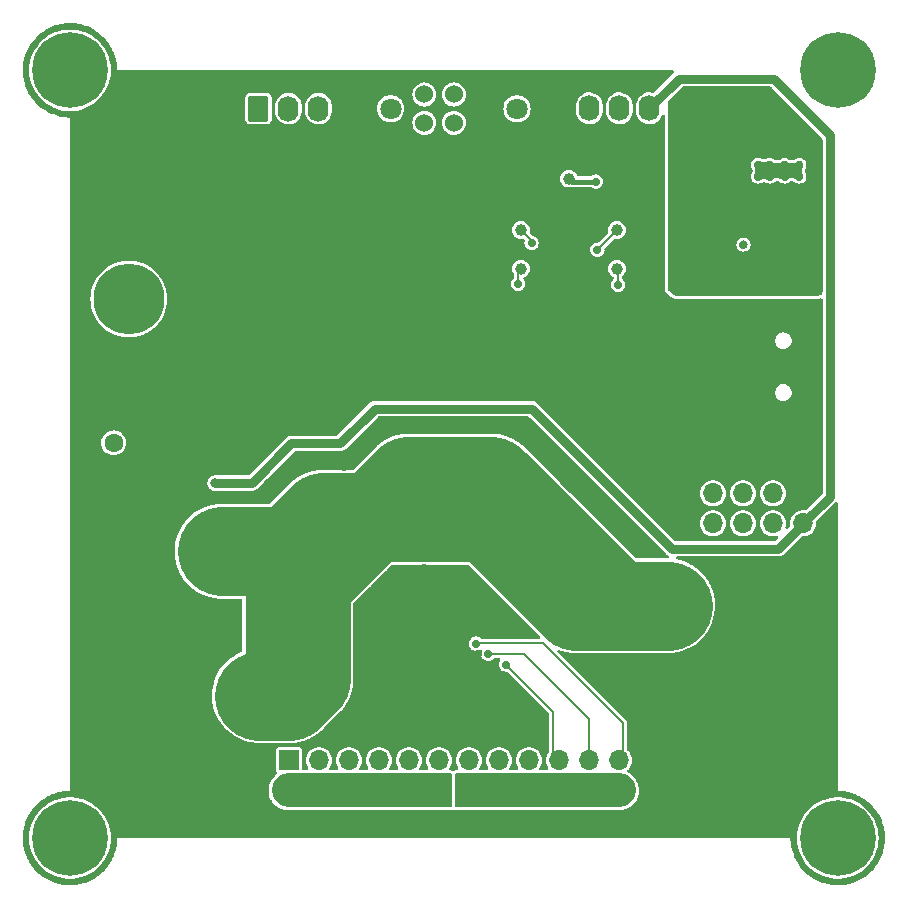
<source format=gbr>
%TF.GenerationSoftware,KiCad,Pcbnew,7.0.5*%
%TF.CreationDate,2023-12-13T15:43:58+01:00*%
%TF.ProjectId,Hexapod UGV v1.0,48657861-706f-4642-9055-47562076312e,rev?*%
%TF.SameCoordinates,Original*%
%TF.FileFunction,Copper,L4,Bot*%
%TF.FilePolarity,Positive*%
%FSLAX46Y46*%
G04 Gerber Fmt 4.6, Leading zero omitted, Abs format (unit mm)*
G04 Created by KiCad (PCBNEW 7.0.5) date 2023-12-13 15:43:58*
%MOMM*%
%LPD*%
G01*
G04 APERTURE LIST*
G04 Aperture macros list*
%AMRoundRect*
0 Rectangle with rounded corners*
0 $1 Rounding radius*
0 $2 $3 $4 $5 $6 $7 $8 $9 X,Y pos of 4 corners*
0 Add a 4 corners polygon primitive as box body*
4,1,4,$2,$3,$4,$5,$6,$7,$8,$9,$2,$3,0*
0 Add four circle primitives for the rounded corners*
1,1,$1+$1,$2,$3*
1,1,$1+$1,$4,$5*
1,1,$1+$1,$6,$7*
1,1,$1+$1,$8,$9*
0 Add four rect primitives between the rounded corners*
20,1,$1+$1,$2,$3,$4,$5,0*
20,1,$1+$1,$4,$5,$6,$7,0*
20,1,$1+$1,$6,$7,$8,$9,0*
20,1,$1+$1,$8,$9,$2,$3,0*%
G04 Aperture macros list end*
%TA.AperFunction,ComponentPad*%
%ADD10C,3.600000*%
%TD*%
%TA.AperFunction,ConnectorPad*%
%ADD11C,6.400000*%
%TD*%
%TA.AperFunction,ComponentPad*%
%ADD12R,1.700000X1.700000*%
%TD*%
%TA.AperFunction,ComponentPad*%
%ADD13O,1.700000X1.700000*%
%TD*%
%TA.AperFunction,ComponentPad*%
%ADD14RoundRect,0.250000X-0.620000X-0.845000X0.620000X-0.845000X0.620000X0.845000X-0.620000X0.845000X0*%
%TD*%
%TA.AperFunction,ComponentPad*%
%ADD15O,1.740000X2.190000*%
%TD*%
%TA.AperFunction,WasherPad*%
%ADD16C,1.800000*%
%TD*%
%TA.AperFunction,ComponentPad*%
%ADD17C,1.524000*%
%TD*%
%TA.AperFunction,ComponentPad*%
%ADD18RoundRect,1.500000X-1.500000X1.500000X-1.500000X-1.500000X1.500000X-1.500000X1.500000X1.500000X0*%
%TD*%
%TA.AperFunction,ComponentPad*%
%ADD19C,6.000000*%
%TD*%
%TA.AperFunction,ComponentPad*%
%ADD20C,1.600000*%
%TD*%
%TA.AperFunction,SMDPad,CuDef*%
%ADD21C,1.000000*%
%TD*%
%TA.AperFunction,ViaPad*%
%ADD22C,0.700000*%
%TD*%
%TA.AperFunction,ViaPad*%
%ADD23C,0.800000*%
%TD*%
%TA.AperFunction,Conductor*%
%ADD24C,0.200000*%
%TD*%
%TA.AperFunction,Conductor*%
%ADD25C,2.900000*%
%TD*%
%TA.AperFunction,Conductor*%
%ADD26C,0.400000*%
%TD*%
%TA.AperFunction,Conductor*%
%ADD27C,0.800000*%
%TD*%
%TA.AperFunction,Conductor*%
%ADD28C,7.500000*%
%TD*%
G04 APERTURE END LIST*
D10*
%TO.P,H2,1,1*%
%TO.N,unconnected-(H2-Pad1)*%
X100000000Y-130000000D03*
D11*
X100000000Y-130000000D03*
%TD*%
D10*
%TO.P,H4,1,1*%
%TO.N,unconnected-(H4-Pad1)*%
X165000000Y-130000000D03*
D11*
X165000000Y-130000000D03*
%TD*%
D12*
%TO.P,PWR1,1,Pin_1*%
%TO.N,GND*%
X118530000Y-128500000D03*
D13*
%TO.P,PWR1,2,Pin_2*%
%TO.N,+5VL*%
X118530000Y-125960000D03*
%TO.P,PWR1,3,Pin_3*%
%TO.N,GND*%
X121070000Y-128500000D03*
%TO.P,PWR1,4,Pin_4*%
%TO.N,+5VL*%
X121070000Y-125960000D03*
%TO.P,PWR1,5,Pin_5*%
%TO.N,GND*%
X123610000Y-128500000D03*
%TO.P,PWR1,6,Pin_6*%
%TO.N,+5VL*%
X123610000Y-125960000D03*
%TO.P,PWR1,7,Pin_7*%
%TO.N,GND*%
X126150000Y-128500000D03*
%TO.P,PWR1,8,Pin_8*%
%TO.N,+5VL*%
X126150000Y-125960000D03*
%TO.P,PWR1,9,Pin_9*%
%TO.N,GND*%
X128690000Y-128500000D03*
%TO.P,PWR1,10,Pin_10*%
%TO.N,+5VL*%
X128690000Y-125960000D03*
%TO.P,PWR1,11,Pin_11*%
%TO.N,GND*%
X131230000Y-128500000D03*
%TO.P,PWR1,12,Pin_12*%
%TO.N,+5VL*%
X131230000Y-125960000D03*
%TO.P,PWR1,13,Pin_13*%
%TO.N,GND*%
X133770000Y-128500000D03*
%TO.P,PWR1,14,Pin_14*%
%TO.N,+5VP*%
X133770000Y-125960000D03*
%TO.P,PWR1,15,Pin_15*%
%TO.N,GND*%
X136310000Y-128500000D03*
%TO.P,PWR1,16,Pin_16*%
%TO.N,+5VP*%
X136310000Y-125960000D03*
%TO.P,PWR1,17,Pin_17*%
%TO.N,GND*%
X138850000Y-128500000D03*
%TO.P,PWR1,18,Pin_18*%
%TO.N,+5VP*%
X138850000Y-125960000D03*
%TO.P,PWR1,19,Pin_19*%
%TO.N,GND*%
X141390000Y-128500000D03*
%TO.P,PWR1,20,Pin_20*%
%TO.N,+5VP*%
X141390000Y-125960000D03*
%TO.P,PWR1,21,Pin_21*%
%TO.N,GND*%
X143930000Y-128500000D03*
%TO.P,PWR1,22,Pin_22*%
%TO.N,+5VP*%
X143930000Y-125960000D03*
%TO.P,PWR1,23,Pin_23*%
%TO.N,GND*%
X146470000Y-128500000D03*
%TO.P,PWR1,24,Pin_24*%
%TO.N,+5VP*%
X146470000Y-125960000D03*
%TD*%
D14*
%TO.P,J2,1,Pin_1*%
%TO.N,I2C_1_SCL*%
X115950000Y-68240000D03*
D15*
%TO.P,J2,2,Pin_2*%
%TO.N,I2C_1_SDA*%
X118490000Y-68240000D03*
%TO.P,J2,3,Pin_3*%
%TO.N,+3V3*%
X121030000Y-68240000D03*
%TO.P,J2,4,Pin_4*%
%TO.N,GND*%
X123570000Y-68240000D03*
%TD*%
D14*
%TO.P,J3,1,Pin_1*%
%TO.N,GND*%
X141430000Y-68220000D03*
D15*
%TO.P,J3,2,Pin_2*%
%TO.N,SWCLK*%
X143970000Y-68220000D03*
%TO.P,J3,3,Pin_3*%
%TO.N,SWDIO*%
X146510000Y-68220000D03*
%TO.P,J3,4,Pin_4*%
%TO.N,+3V3*%
X149050000Y-68220000D03*
%TD*%
D12*
%TO.P,SIG1,1,Pin_1*%
%TO.N,PWM_0*%
X118530000Y-123420000D03*
D13*
%TO.P,SIG1,2,Pin_2*%
%TO.N,PWM_1*%
X121070000Y-123420000D03*
%TO.P,SIG1,3,Pin_3*%
%TO.N,PWM_2*%
X123610000Y-123420000D03*
%TO.P,SIG1,4,Pin_4*%
%TO.N,PWM_3*%
X126150000Y-123420000D03*
%TO.P,SIG1,5,Pin_5*%
%TO.N,PWM_4*%
X128690000Y-123420000D03*
%TO.P,SIG1,6,Pin_6*%
%TO.N,PWM_5*%
X131230000Y-123420000D03*
%TO.P,SIG1,7,Pin_7*%
%TO.N,PWM_6*%
X133770000Y-123420000D03*
%TO.P,SIG1,8,Pin_8*%
%TO.N,PWM_7*%
X136310000Y-123420000D03*
%TO.P,SIG1,9,Pin_9*%
%TO.N,PWM_8*%
X138850000Y-123420000D03*
%TO.P,SIG1,10,Pin_10*%
%TO.N,PWM_9*%
X141390000Y-123420000D03*
%TO.P,SIG1,11,Pin_11*%
%TO.N,PWM_10*%
X143930000Y-123420000D03*
%TO.P,SIG1,12,Pin_12*%
%TO.N,PWM_11*%
X146470000Y-123420000D03*
%TD*%
D16*
%TO.P,SW2,*%
%TO.N,*%
X127150000Y-68250000D03*
X137850000Y-68250000D03*
D17*
%TO.P,SW2,1,A*%
%TO.N,+3V3*%
X130000000Y-67050000D03*
%TO.P,SW2,2,B*%
%TO.N,Net-(R1-Pad1)*%
X132500000Y-67050000D03*
%TO.P,SW2,3,C*%
%TO.N,GND*%
X135000000Y-67050000D03*
%TO.P,SW2,4,A*%
%TO.N,+3V3*%
X130000000Y-69450000D03*
%TO.P,SW2,5,B*%
%TO.N,Net-(R1-Pad1)*%
X132500000Y-69450000D03*
%TO.P,SW2,6,C*%
%TO.N,GND*%
X135000000Y-69450000D03*
%TD*%
D10*
%TO.P,H3,1,1*%
%TO.N,unconnected-(H3-Pad1)*%
X165000000Y-65000000D03*
D11*
X165000000Y-65000000D03*
%TD*%
D18*
%TO.P,J5,1,Pin_1*%
%TO.N,GND*%
X104978200Y-77172000D03*
D19*
%TO.P,J5,2,Pin_2*%
%TO.N,VIN+*%
X104978200Y-84372000D03*
%TD*%
D12*
%TO.P,J1,1,Pin_1*%
%TO.N,GND*%
X162052000Y-100818000D03*
D13*
%TO.P,J1,2,Pin_2*%
%TO.N,+3V3*%
X162052000Y-103358000D03*
%TO.P,J1,3,Pin_3*%
%TO.N,CE*%
X159512000Y-100818000D03*
%TO.P,J1,4,Pin_4*%
%TO.N,CSN*%
X159512000Y-103358000D03*
%TO.P,J1,5,Pin_5*%
%TO.N,SPI2_SCK*%
X156972000Y-100818000D03*
%TO.P,J1,6,Pin_6*%
%TO.N,SPI2_MOSI*%
X156972000Y-103358000D03*
%TO.P,J1,7,Pin_7*%
%TO.N,SPI2_MISO*%
X154432000Y-100818000D03*
%TO.P,J1,8,Pin_8*%
%TO.N,IRQ*%
X154432000Y-103358000D03*
%TD*%
D10*
%TO.P,H1,1,1*%
%TO.N,unconnected-(H1-Pad1)*%
X100000000Y-65000000D03*
D11*
X100000000Y-65000000D03*
%TD*%
D20*
%TO.P,C15,1*%
%TO.N,VIN+*%
X103697400Y-96545400D03*
%TO.P,C15,2*%
%TO.N,GND*%
X108697400Y-96545400D03*
%TD*%
D21*
%TO.P,TP6,1,1*%
%TO.N,INT_GYR*%
X146304000Y-81788000D03*
%TD*%
%TO.P,TP3,1,1*%
%TO.N,I2C_1_SCL*%
X138176000Y-78532800D03*
%TD*%
%TO.P,TP2,1,1*%
%TO.N,GND*%
X142240000Y-85344000D03*
%TD*%
%TO.P,TP1,1,1*%
%TO.N,+3V3*%
X142240000Y-74168000D03*
%TD*%
%TO.P,TP4,1,1*%
%TO.N,I2C_1_SDA*%
X138176000Y-81788000D03*
%TD*%
%TO.P,TP5,1,1*%
%TO.N,INT_ACC*%
X146304000Y-78532800D03*
%TD*%
D22*
%TO.N,GND*%
X136728200Y-119075200D03*
X136728200Y-116509800D03*
X115038000Y-87826000D03*
X121843800Y-98501200D03*
X161750000Y-74000000D03*
D23*
X111990000Y-122301000D03*
D22*
X159250000Y-73000000D03*
X128538000Y-84426000D03*
D23*
X108990000Y-115704000D03*
D22*
X122538000Y-81026000D03*
D23*
X113283999Y-128778000D03*
D22*
X123190000Y-98552000D03*
D23*
X158750000Y-107950000D03*
D22*
X121038000Y-81026000D03*
X116738400Y-99949000D03*
D23*
X154487000Y-122301000D03*
D22*
X134525505Y-114452400D03*
D23*
X154559000Y-94820000D03*
D22*
X144169200Y-100104400D03*
X125538000Y-81026000D03*
D23*
X110490000Y-122301000D03*
X101600000Y-124460000D03*
D22*
X115038000Y-81026000D03*
D23*
X157480000Y-107950000D03*
D22*
X119538000Y-81026000D03*
D23*
X162560000Y-111760000D03*
X108990000Y-118304000D03*
X101600000Y-125730000D03*
X106934000Y-128778000D03*
X101600000Y-114300000D03*
X101600000Y-118110000D03*
X160020000Y-107950000D03*
D22*
X154254200Y-118541800D03*
X158250000Y-74000000D03*
X120650000Y-74422000D03*
X121750000Y-91649600D03*
X141356000Y-73020000D03*
D23*
X112014000Y-128778000D03*
D22*
X113487200Y-113944400D03*
X113538000Y-81026000D03*
X128538000Y-81026000D03*
X115038000Y-82169000D03*
D23*
X151487000Y-122301000D03*
X101600000Y-113030000D03*
X155987000Y-122301000D03*
X113490000Y-122301000D03*
D22*
X127038000Y-86741000D03*
X107619800Y-70612000D03*
X113538000Y-84426000D03*
X128538000Y-86126000D03*
D23*
X162560000Y-110490000D03*
D22*
X156657000Y-118552000D03*
D23*
X160020000Y-111736000D03*
X162560000Y-107950000D03*
X101600000Y-123190000D03*
D22*
X116538000Y-87826000D03*
D23*
X101600000Y-110490000D03*
X162560000Y-109220000D03*
X114554000Y-128778000D03*
X108204000Y-128778000D03*
X160020000Y-113236000D03*
D22*
X140258800Y-82804000D03*
X127038000Y-81026000D03*
D23*
X101600000Y-111760000D03*
X101600000Y-119380000D03*
D22*
X134546800Y-88270001D03*
D23*
X160020000Y-114736000D03*
X105664000Y-128778000D03*
X101600000Y-120650000D03*
X156210000Y-107950000D03*
D22*
X118038000Y-87826000D03*
X132029200Y-113487200D03*
D23*
X146202400Y-116408200D03*
D22*
X160500000Y-73000000D03*
X112049600Y-97148500D03*
X124038000Y-81026000D03*
X120396000Y-98449900D03*
D23*
X162560000Y-114300000D03*
X108990000Y-120904000D03*
X161290000Y-107950000D03*
D22*
X115874800Y-74422000D03*
X129997200Y-107151500D03*
X113538000Y-86126000D03*
D23*
X162560000Y-113030000D03*
X109474001Y-128778000D03*
D22*
X158250000Y-73000000D03*
X117002600Y-95782900D03*
D23*
X149987000Y-122301000D03*
X129032000Y-115824000D03*
D22*
X125628400Y-74396600D03*
D23*
X108990000Y-117004000D03*
X104394000Y-128778000D03*
D22*
X142899200Y-99850400D03*
X113538000Y-87826000D03*
D23*
X101600000Y-115570000D03*
X114990000Y-122301000D03*
D22*
X127038000Y-87826000D03*
D23*
X160020000Y-110236000D03*
D22*
X116538000Y-81026000D03*
D23*
X152987000Y-122301000D03*
X101600000Y-109220000D03*
D22*
X128538000Y-87826000D03*
D23*
X101600000Y-116840000D03*
D22*
X129844800Y-109778800D03*
X135004001Y-85730000D03*
D23*
X108990000Y-122301000D03*
D22*
X155651200Y-88493600D03*
X118038000Y-81026000D03*
X136006497Y-115316000D03*
D23*
X110744000Y-128778000D03*
D22*
X133469118Y-113538047D03*
X130556000Y-113487200D03*
X157022400Y-79756000D03*
X141629200Y-99647200D03*
X134750000Y-87000000D03*
X161750000Y-73000000D03*
D23*
X108990000Y-119604000D03*
D22*
X113538000Y-82726000D03*
X159250000Y-74000000D03*
X123020001Y-91852800D03*
X129946400Y-108305600D03*
X160500000Y-74000000D03*
X128538000Y-82726000D03*
X120480000Y-91395599D03*
D23*
X101600000Y-121920000D03*
%TO.N,+3V3*%
X112278200Y-99948500D03*
D22*
X144526000Y-74422000D03*
%TO.N,PWM_9*%
X136906000Y-115316000D03*
%TO.N,PWM_10*%
X135425000Y-114427000D03*
%TO.N,PWM_11*%
X134368620Y-113537939D03*
D23*
%TO.N,VIN-*%
X113309400Y-103936800D03*
X153162000Y-110839000D03*
X115133000Y-116739000D03*
X115133000Y-117739000D03*
X152273000Y-109331000D03*
X115133000Y-119739000D03*
X114198400Y-105444800D03*
X116022000Y-116247000D03*
X112344200Y-105924601D03*
X112344200Y-107924600D03*
X116022000Y-120247000D03*
X116022000Y-117247001D03*
X116022000Y-118246999D03*
X113309400Y-104936800D03*
X113309400Y-105936801D03*
X114198400Y-106444800D03*
X115133000Y-118739000D03*
X114198400Y-107444801D03*
X153162000Y-111839000D03*
X112344200Y-104924600D03*
X112344200Y-106924600D03*
X113309400Y-106936800D03*
X113309400Y-107936800D03*
X152273000Y-111331000D03*
X114198400Y-104444800D03*
X152273000Y-112331000D03*
X112344200Y-103924600D03*
X152273000Y-110331000D03*
X153162000Y-109839000D03*
X152273000Y-108331000D03*
X153162000Y-108839000D03*
X116022000Y-119247000D03*
D22*
%TO.N,I2C_1_SDA*%
X137947400Y-83083400D03*
%TO.N,I2C_1_SCL*%
X139079500Y-79629000D03*
%TO.N,INT_GYR*%
X146405600Y-83159600D03*
%TO.N,INT_ACC*%
X144653000Y-80183800D03*
%TO.N,/Power/VO*%
X155000000Y-68600000D03*
X155000000Y-67600000D03*
X156000000Y-68600000D03*
X157000000Y-68600000D03*
X156000000Y-67600000D03*
X156000000Y-69600000D03*
X157000000Y-67600000D03*
X155000000Y-69600000D03*
X157000000Y-69600000D03*
%TD*%
D24*
%TO.N,PWM_9*%
X140919200Y-122949200D02*
X141390000Y-123420000D01*
X140919200Y-119329200D02*
X140919200Y-122949200D01*
X136906000Y-115316000D02*
X140919200Y-119329200D01*
%TO.N,PWM_10*%
X143930000Y-119952400D02*
X143930000Y-123420000D01*
X135425000Y-114427000D02*
X138404600Y-114427000D01*
X138404600Y-114427000D02*
X143930000Y-119952400D01*
%TO.N,PWM_11*%
X140004800Y-113487200D02*
X146812000Y-120294400D01*
X134419359Y-113487200D02*
X140004800Y-113487200D01*
X146812000Y-120294400D02*
X146812000Y-123078000D01*
X146812000Y-123078000D02*
X146470000Y-123420000D01*
X134368620Y-113537939D02*
X134419359Y-113487200D01*
%TO.N,GND*%
X140462000Y-82804000D02*
X140258800Y-82804000D01*
X142240000Y-85344000D02*
X142240000Y-84582000D01*
X142240000Y-84582000D02*
X140462000Y-82804000D01*
D25*
%TO.N,+5VL*%
X118530000Y-125960000D02*
X130199000Y-125960000D01*
X130199000Y-125960000D02*
X130200400Y-125958600D01*
%TO.N,+5VP*%
X146470000Y-125960000D02*
X134621400Y-125960000D01*
D26*
%TO.N,+3V3*%
X142494000Y-74422000D02*
X142240000Y-74168000D01*
D27*
X159969200Y-105511600D02*
X162052000Y-103428800D01*
X162052000Y-103428800D02*
X162052000Y-103358000D01*
D26*
X144526000Y-74422000D02*
X142494000Y-74422000D01*
D27*
X150952200Y-105511600D02*
X159969200Y-105511600D01*
X125806200Y-93649800D02*
X139090400Y-93649800D01*
X164363400Y-101092000D02*
X162097400Y-103358000D01*
X122859800Y-96596200D02*
X125806200Y-93649800D01*
X159613600Y-65709800D02*
X164363400Y-70459600D01*
X139090400Y-93649800D02*
X150952200Y-105511600D01*
X149050000Y-68220000D02*
X151560200Y-65709800D01*
X162097400Y-103358000D02*
X162052000Y-103358000D01*
X112278200Y-99948500D02*
X115395397Y-99948500D01*
X151560200Y-65709800D02*
X159613600Y-65709800D01*
X164363400Y-70459600D02*
X164363400Y-101092000D01*
X118747697Y-96596200D02*
X122859800Y-96596200D01*
X115395397Y-99948500D02*
X118747697Y-96596200D01*
D28*
%TO.N,VIN-*%
X122682000Y-105740200D02*
X118668800Y-105740200D01*
X119982200Y-108434971D02*
X119982200Y-116517200D01*
X118548400Y-117951000D02*
X116022000Y-117951000D01*
X138752381Y-102851500D02*
X135672081Y-99771200D01*
X135672081Y-99771200D02*
X128651000Y-99771200D01*
X146297400Y-110331000D02*
X142843000Y-110331000D01*
X139913600Y-103947200D02*
X146297400Y-110331000D01*
X121408881Y-102852000D02*
X118586000Y-105674881D01*
X125570200Y-102852000D02*
X121408881Y-102852000D01*
X118586000Y-105823000D02*
X118586000Y-115387000D01*
X139848081Y-103947200D02*
X139913600Y-103947200D01*
X123935900Y-104486300D02*
X123930871Y-104486300D01*
X123930871Y-104486300D02*
X118586000Y-109831171D01*
X118668800Y-105740200D02*
X112852200Y-105740200D01*
X118586000Y-105674881D02*
X118586000Y-115387000D01*
X125570700Y-102851500D02*
X138752381Y-102851500D01*
X128651000Y-99771200D02*
X125570200Y-102852000D01*
X123935900Y-104486300D02*
X125570700Y-102851500D01*
X135364000Y-102852000D02*
X121408881Y-102852000D01*
X138752381Y-102851500D02*
X139848081Y-103947200D01*
X118586000Y-109831171D02*
X118586000Y-115387000D01*
X123935900Y-104486300D02*
X122682000Y-105740200D01*
X121557500Y-102851500D02*
X118668800Y-105740200D01*
X125570700Y-102851500D02*
X121557500Y-102851500D01*
X119982200Y-116517200D02*
X118548400Y-117951000D01*
X125570700Y-102851500D02*
X125565671Y-102851500D01*
X118668800Y-105740200D02*
X118586000Y-105823000D01*
X142843000Y-110331000D02*
X135364000Y-102852000D01*
X146297400Y-110331000D02*
X150622000Y-110331000D01*
X125565671Y-102851500D02*
X119982200Y-108434971D01*
D24*
%TO.N,I2C_1_SDA*%
X137947400Y-82016600D02*
X138176000Y-81788000D01*
X137947400Y-83083400D02*
X137947400Y-82016600D01*
%TO.N,I2C_1_SCL*%
X139079500Y-79629000D02*
X139079500Y-79436300D01*
X139079500Y-79436300D02*
X138176000Y-78532800D01*
%TO.N,INT_GYR*%
X146405600Y-81889600D02*
X146304000Y-81788000D01*
X146405600Y-83159600D02*
X146405600Y-81889600D01*
%TO.N,INT_ACC*%
X144653000Y-80183800D02*
X146304000Y-78532800D01*
%TD*%
%TA.AperFunction,Conductor*%
%TO.N,+5VP*%
G36*
X133627426Y-124512911D02*
G01*
X133668024Y-124520500D01*
X133668026Y-124520500D01*
X133871974Y-124520500D01*
X133871976Y-124520500D01*
X133912573Y-124512911D01*
X133935358Y-124510800D01*
X134496000Y-124510800D01*
X134563039Y-124530485D01*
X134608794Y-124583289D01*
X134620000Y-124634800D01*
X134620000Y-127282400D01*
X134600315Y-127349439D01*
X134547511Y-127395194D01*
X134496000Y-127406400D01*
X133920380Y-127406400D01*
X133897597Y-127404289D01*
X133871976Y-127399500D01*
X133668024Y-127399500D01*
X133642403Y-127404289D01*
X133619620Y-127406400D01*
X132712000Y-127406400D01*
X132644961Y-127386715D01*
X132599206Y-127333911D01*
X132588000Y-127282400D01*
X132588000Y-124634800D01*
X132607685Y-124567761D01*
X132660489Y-124522006D01*
X132712000Y-124510800D01*
X133604642Y-124510800D01*
X133627426Y-124512911D01*
G37*
%TD.AperFunction*%
%TD*%
%TA.AperFunction,Conductor*%
%TO.N,/Power/VO*%
G36*
X159312914Y-66379210D02*
G01*
X159413954Y-66433890D01*
X159446374Y-66462520D01*
X163610679Y-70626825D01*
X163677437Y-70720325D01*
X163710219Y-70830436D01*
X163712899Y-70873605D01*
X163712900Y-83725000D01*
X163693990Y-83838320D01*
X163639310Y-83939360D01*
X163554785Y-84017171D01*
X163449574Y-84063321D01*
X163363900Y-84074000D01*
X157734000Y-84074000D01*
X151266443Y-84074000D01*
X151153123Y-84055090D01*
X151052083Y-84000410D01*
X151019805Y-83971922D01*
X150723618Y-83676076D01*
X150656806Y-83582614D01*
X150623961Y-83472522D01*
X150621256Y-83429557D01*
X150617368Y-80058843D01*
X150617019Y-79756003D01*
X156416718Y-79756003D01*
X156437354Y-79912759D01*
X156497865Y-80058843D01*
X156537390Y-80110353D01*
X156594118Y-80184282D01*
X156719559Y-80280536D01*
X156838658Y-80329868D01*
X156865640Y-80341045D01*
X157022397Y-80361682D01*
X157022400Y-80361682D01*
X157022403Y-80361682D01*
X157179159Y-80341045D01*
X157179161Y-80341044D01*
X157179162Y-80341044D01*
X157325241Y-80280536D01*
X157450682Y-80184282D01*
X157546936Y-80058841D01*
X157607444Y-79912762D01*
X157607444Y-79912761D01*
X157607445Y-79912759D01*
X157628082Y-79756003D01*
X157628082Y-79755996D01*
X157607445Y-79599240D01*
X157596268Y-79572258D01*
X157546936Y-79453159D01*
X157450682Y-79327718D01*
X157376753Y-79270990D01*
X157325243Y-79231465D01*
X157179159Y-79170954D01*
X157022403Y-79150318D01*
X157022397Y-79150318D01*
X156865640Y-79170954D01*
X156719556Y-79231465D01*
X156594118Y-79327718D01*
X156497865Y-79453156D01*
X156437354Y-79599240D01*
X156416718Y-79755996D01*
X156416718Y-79756003D01*
X150617019Y-79756003D01*
X150610380Y-74000003D01*
X157644318Y-74000003D01*
X157664954Y-74156759D01*
X157725465Y-74302843D01*
X157750000Y-74334817D01*
X157821718Y-74428282D01*
X157892134Y-74482314D01*
X157936726Y-74516531D01*
X157947159Y-74524536D01*
X158066258Y-74573868D01*
X158093240Y-74585045D01*
X158249997Y-74605682D01*
X158250000Y-74605682D01*
X158250003Y-74605682D01*
X158406759Y-74585045D01*
X158406761Y-74585044D01*
X158406762Y-74585044D01*
X158552841Y-74524536D01*
X158552844Y-74524533D01*
X158572655Y-74513097D01*
X158574638Y-74516531D01*
X158638892Y-74482314D01*
X158752336Y-74464163D01*
X158865527Y-74483831D01*
X158925502Y-74516287D01*
X158927345Y-74513097D01*
X158947154Y-74524533D01*
X158947156Y-74524533D01*
X158947159Y-74524536D01*
X159070464Y-74575610D01*
X159093240Y-74585045D01*
X159249997Y-74605682D01*
X159250000Y-74605682D01*
X159250003Y-74605682D01*
X159406759Y-74585045D01*
X159406761Y-74585044D01*
X159406762Y-74585044D01*
X159552841Y-74524536D01*
X159563274Y-74516531D01*
X159605889Y-74483831D01*
X159662543Y-74440358D01*
X159763953Y-74386377D01*
X159877400Y-74368247D01*
X159990588Y-74387936D01*
X160087457Y-74440359D01*
X160186726Y-74516531D01*
X160197159Y-74524536D01*
X160316258Y-74573868D01*
X160343240Y-74585045D01*
X160499997Y-74605682D01*
X160500000Y-74605682D01*
X160500003Y-74605682D01*
X160656759Y-74585045D01*
X160656761Y-74585044D01*
X160656762Y-74585044D01*
X160802841Y-74524536D01*
X160912542Y-74440358D01*
X161013955Y-74386376D01*
X161127403Y-74368247D01*
X161240590Y-74387937D01*
X161337456Y-74440358D01*
X161337460Y-74440361D01*
X161436726Y-74516531D01*
X161447159Y-74524536D01*
X161566258Y-74573868D01*
X161593240Y-74585045D01*
X161749997Y-74605682D01*
X161750000Y-74605682D01*
X161750003Y-74605682D01*
X161906759Y-74585045D01*
X161906761Y-74585044D01*
X161906762Y-74585044D01*
X162052841Y-74524536D01*
X162178282Y-74428282D01*
X162274536Y-74302841D01*
X162335044Y-74156762D01*
X162335044Y-74156761D01*
X162335045Y-74156759D01*
X162355682Y-74000003D01*
X162355682Y-73999996D01*
X162335045Y-73843240D01*
X162325610Y-73820464D01*
X162274536Y-73697159D01*
X162274533Y-73697156D01*
X162274533Y-73697154D01*
X162263097Y-73677345D01*
X162266530Y-73675362D01*
X162232295Y-73611051D01*
X162214163Y-73497604D01*
X162233850Y-73384416D01*
X162266289Y-73324497D01*
X162263097Y-73322655D01*
X162274533Y-73302845D01*
X162274533Y-73302844D01*
X162274536Y-73302841D01*
X162335044Y-73156762D01*
X162335044Y-73156761D01*
X162335045Y-73156759D01*
X162355682Y-73000003D01*
X162355682Y-72999996D01*
X162335045Y-72843240D01*
X162323868Y-72816258D01*
X162274536Y-72697159D01*
X162178282Y-72571718D01*
X162067749Y-72486903D01*
X162052843Y-72475465D01*
X161906759Y-72414954D01*
X161750003Y-72394318D01*
X161749997Y-72394318D01*
X161593240Y-72414954D01*
X161447156Y-72475465D01*
X161337458Y-72559640D01*
X161236043Y-72613623D01*
X161122596Y-72631752D01*
X161009408Y-72612062D01*
X160912542Y-72559640D01*
X160802843Y-72475465D01*
X160656759Y-72414954D01*
X160500003Y-72394318D01*
X160499997Y-72394318D01*
X160343240Y-72414954D01*
X160197156Y-72475465D01*
X160087456Y-72559641D01*
X159986041Y-72613624D01*
X159872593Y-72631752D01*
X159759406Y-72612061D01*
X159662545Y-72559642D01*
X159552841Y-72475464D01*
X159406759Y-72414954D01*
X159250003Y-72394318D01*
X159249997Y-72394318D01*
X159093240Y-72414954D01*
X158947154Y-72475466D01*
X158927345Y-72486903D01*
X158925363Y-72483470D01*
X158861035Y-72517710D01*
X158747587Y-72535836D01*
X158634400Y-72516143D01*
X158574491Y-72483722D01*
X158572655Y-72486903D01*
X158552845Y-72475466D01*
X158552841Y-72475464D01*
X158507294Y-72456597D01*
X158406759Y-72414954D01*
X158250003Y-72394318D01*
X158249997Y-72394318D01*
X158093240Y-72414954D01*
X157947156Y-72475465D01*
X157821718Y-72571718D01*
X157725465Y-72697156D01*
X157664954Y-72843240D01*
X157644318Y-72999996D01*
X157644318Y-73000003D01*
X157664954Y-73156759D01*
X157725466Y-73302845D01*
X157736903Y-73322655D01*
X157733470Y-73324636D01*
X157767710Y-73388965D01*
X157785836Y-73502413D01*
X157766143Y-73615600D01*
X157733722Y-73675508D01*
X157736903Y-73677345D01*
X157725466Y-73697154D01*
X157664954Y-73843240D01*
X157644318Y-73999996D01*
X157644318Y-74000003D01*
X150610380Y-74000003D01*
X150603151Y-67731756D01*
X150621930Y-67618415D01*
X150676494Y-67517312D01*
X150705363Y-67484582D01*
X151727426Y-66462519D01*
X151820927Y-66395761D01*
X151931037Y-66362980D01*
X151974206Y-66360300D01*
X159199594Y-66360300D01*
X159312914Y-66379210D01*
G37*
%TD.AperFunction*%
%TD*%
%TA.AperFunction,Conductor*%
%TO.N,+5VL*%
G36*
X131087426Y-124512911D02*
G01*
X131128024Y-124520500D01*
X131128026Y-124520500D01*
X131331974Y-124520500D01*
X131331976Y-124520500D01*
X131372573Y-124512911D01*
X131395358Y-124510800D01*
X132210000Y-124510800D01*
X132277039Y-124530485D01*
X132322794Y-124583289D01*
X132334000Y-124634800D01*
X132334000Y-127282400D01*
X132314315Y-127349439D01*
X132261511Y-127395194D01*
X132210000Y-127406400D01*
X131380380Y-127406400D01*
X131357597Y-127404289D01*
X131331976Y-127399500D01*
X131128024Y-127399500D01*
X131102403Y-127404289D01*
X131079620Y-127406400D01*
X130197400Y-127406400D01*
X130130361Y-127386715D01*
X130084606Y-127333911D01*
X130073400Y-127282400D01*
X130073400Y-124634800D01*
X130093085Y-124567761D01*
X130145889Y-124522006D01*
X130197400Y-124510800D01*
X131064642Y-124510800D01*
X131087426Y-124512911D01*
G37*
%TD.AperFunction*%
%TD*%
%TA.AperFunction,Conductor*%
%TO.N,GND*%
G36*
X100121430Y-61006496D02*
G01*
X100123340Y-61006559D01*
X100304598Y-61015464D01*
X100333700Y-61016894D01*
X100337894Y-61017243D01*
X100385045Y-61022783D01*
X100515856Y-61038155D01*
X100517598Y-61038386D01*
X100726463Y-61069368D01*
X100730689Y-61070147D01*
X100788908Y-61082998D01*
X100905099Y-61108644D01*
X100906800Y-61109045D01*
X100963223Y-61123178D01*
X101112108Y-61160471D01*
X101116340Y-61161695D01*
X101285461Y-61217271D01*
X101286829Y-61217741D01*
X101486847Y-61289309D01*
X101491067Y-61290998D01*
X101652974Y-61362867D01*
X101654204Y-61363431D01*
X101847008Y-61454621D01*
X101851188Y-61456796D01*
X101914180Y-61492699D01*
X102004093Y-61543945D01*
X102005266Y-61544631D01*
X102189054Y-61654788D01*
X102193104Y-61657436D01*
X102289152Y-61725757D01*
X102335947Y-61759044D01*
X102509642Y-61887865D01*
X102513525Y-61890995D01*
X102644172Y-62005247D01*
X102805590Y-62151548D01*
X102809204Y-62155106D01*
X102926332Y-62280337D01*
X103073969Y-62443230D01*
X103077317Y-62447255D01*
X103179579Y-62581297D01*
X103312168Y-62760073D01*
X103315179Y-62764525D01*
X103401490Y-62904841D01*
X103517851Y-63098979D01*
X103520468Y-63103821D01*
X103589808Y-63246931D01*
X103688971Y-63456594D01*
X103691147Y-63461792D01*
X103742786Y-63602856D01*
X103823846Y-63829404D01*
X103825534Y-63834916D01*
X103858835Y-63964975D01*
X103921158Y-64213779D01*
X103922317Y-64219558D01*
X103936788Y-64315055D01*
X103936735Y-64315062D01*
X103936847Y-64315440D01*
X103979793Y-64604962D01*
X103980389Y-64611020D01*
X103999386Y-64997713D01*
X103999459Y-65000459D01*
X103999500Y-65000500D01*
X151048138Y-65000500D01*
X151115177Y-65020185D01*
X151160932Y-65072989D01*
X151170876Y-65142147D01*
X151141851Y-65205703D01*
X151121023Y-65224818D01*
X151111365Y-65231834D01*
X151080394Y-65269270D01*
X151076462Y-65273591D01*
X149469469Y-66880583D01*
X149408146Y-66914068D01*
X149341234Y-66910083D01*
X149315373Y-66901133D01*
X149315372Y-66901132D01*
X149315370Y-66901132D01*
X149103558Y-66870678D01*
X149103555Y-66870678D01*
X149073008Y-66872133D01*
X148889811Y-66880860D01*
X148681853Y-66931310D01*
X148638296Y-66951202D01*
X148487201Y-67020203D01*
X148487195Y-67020207D01*
X148312896Y-67144326D01*
X148312889Y-67144332D01*
X148165217Y-67299205D01*
X148049531Y-67479217D01*
X147969997Y-67677884D01*
X147934871Y-67860136D01*
X147929500Y-67888005D01*
X147929500Y-68498378D01*
X147939592Y-68604064D01*
X147944744Y-68658020D01*
X147944745Y-68658024D01*
X148005030Y-68863338D01*
X148005031Y-68863341D01*
X148005032Y-68863342D01*
X148065577Y-68980782D01*
X148103088Y-69053544D01*
X148235366Y-69221750D01*
X148235372Y-69221756D01*
X148397092Y-69361886D01*
X148582406Y-69468877D01*
X148582407Y-69468877D01*
X148582410Y-69468879D01*
X148784630Y-69538868D01*
X148996442Y-69569322D01*
X149210189Y-69559140D01*
X149418147Y-69508690D01*
X149612798Y-69419796D01*
X149639896Y-69400500D01*
X149699953Y-69357732D01*
X149787109Y-69295669D01*
X149934779Y-69140798D01*
X149939871Y-69132876D01*
X150037615Y-68980782D01*
X150050471Y-68960778D01*
X150109833Y-68812496D01*
X150153022Y-68757577D01*
X150219049Y-68734724D01*
X150286950Y-68751197D01*
X150335165Y-68801763D01*
X150348950Y-68858441D01*
X150354824Y-73951815D01*
X150354880Y-74000005D01*
X150354880Y-74000298D01*
X150356041Y-75007043D01*
X150361372Y-79629001D01*
X150361519Y-79756005D01*
X150361519Y-79756298D01*
X150361734Y-79942938D01*
X150365760Y-83433761D01*
X150365761Y-83433792D01*
X150366013Y-83441679D01*
X150368965Y-83488568D01*
X150379124Y-83545563D01*
X150379127Y-83545576D01*
X150411969Y-83655656D01*
X150411971Y-83655661D01*
X150448950Y-83731195D01*
X150515758Y-83824652D01*
X150515759Y-83824653D01*
X150515765Y-83824661D01*
X150543056Y-83856846D01*
X150842033Y-84155478D01*
X150847780Y-84160875D01*
X150883014Y-84191972D01*
X150930479Y-84225116D01*
X151031519Y-84279796D01*
X151072826Y-84293976D01*
X151111065Y-84307104D01*
X151111067Y-84307104D01*
X151111069Y-84307105D01*
X151224389Y-84326015D01*
X151224394Y-84326015D01*
X151224398Y-84326016D01*
X151265530Y-84329424D01*
X151266443Y-84329500D01*
X151266445Y-84329500D01*
X163371813Y-84329500D01*
X163371824Y-84329500D01*
X163387640Y-84328518D01*
X163481177Y-84316859D01*
X163552208Y-84297301D01*
X163552214Y-84297298D01*
X163555981Y-84296261D01*
X163625841Y-84297442D01*
X163683972Y-84336205D01*
X163711919Y-84400242D01*
X163712900Y-84415812D01*
X163712900Y-100771191D01*
X163693215Y-100838230D01*
X163676581Y-100858872D01*
X162304645Y-102230807D01*
X162243322Y-102264292D01*
X162194181Y-102265015D01*
X162153977Y-102257500D01*
X162153976Y-102257500D01*
X161950024Y-102257500D01*
X161749544Y-102294976D01*
X161749541Y-102294976D01*
X161749541Y-102294977D01*
X161559364Y-102368651D01*
X161559357Y-102368655D01*
X161385960Y-102476017D01*
X161385958Y-102476019D01*
X161235237Y-102613418D01*
X161112327Y-102776178D01*
X161021422Y-102958739D01*
X161021417Y-102958752D01*
X160965602Y-103154917D01*
X160946785Y-103357999D01*
X160946785Y-103358001D01*
X160963129Y-103534391D01*
X160949714Y-103602961D01*
X160927339Y-103633513D01*
X160776388Y-103784464D01*
X160715065Y-103817949D01*
X160645373Y-103812965D01*
X160589440Y-103771093D01*
X160565023Y-103705629D01*
X160569440Y-103662853D01*
X160598397Y-103561083D01*
X160617215Y-103358000D01*
X160598397Y-103154917D01*
X160542582Y-102958750D01*
X160451673Y-102776179D01*
X160328764Y-102613421D01*
X160328762Y-102613418D01*
X160178041Y-102476019D01*
X160178039Y-102476017D01*
X160004642Y-102368655D01*
X160004635Y-102368651D01*
X159909546Y-102331813D01*
X159814456Y-102294976D01*
X159613976Y-102257500D01*
X159410024Y-102257500D01*
X159209544Y-102294976D01*
X159209541Y-102294976D01*
X159209541Y-102294977D01*
X159019364Y-102368651D01*
X159019357Y-102368655D01*
X158845960Y-102476017D01*
X158845958Y-102476019D01*
X158695237Y-102613418D01*
X158572327Y-102776178D01*
X158481422Y-102958739D01*
X158481417Y-102958752D01*
X158425602Y-103154917D01*
X158406785Y-103357999D01*
X158406785Y-103358000D01*
X158425602Y-103561082D01*
X158481417Y-103757247D01*
X158481422Y-103757260D01*
X158572327Y-103939821D01*
X158695237Y-104102581D01*
X158845958Y-104239980D01*
X158845960Y-104239982D01*
X158905479Y-104276834D01*
X159019363Y-104347348D01*
X159209544Y-104421024D01*
X159410024Y-104458500D01*
X159410026Y-104458500D01*
X159613974Y-104458500D01*
X159613976Y-104458500D01*
X159814456Y-104421024D01*
X159814459Y-104421022D01*
X159820091Y-104419970D01*
X159820542Y-104422385D01*
X159879839Y-104422870D01*
X159938307Y-104461124D01*
X159966811Y-104524915D01*
X159956303Y-104593990D01*
X159931614Y-104629239D01*
X159736073Y-104824781D01*
X159674750Y-104858266D01*
X159648392Y-104861100D01*
X151273008Y-104861100D01*
X151205969Y-104841415D01*
X151185327Y-104824781D01*
X149718546Y-103358000D01*
X153326785Y-103358000D01*
X153345602Y-103561082D01*
X153401417Y-103757247D01*
X153401422Y-103757260D01*
X153492327Y-103939821D01*
X153615237Y-104102581D01*
X153765958Y-104239980D01*
X153765960Y-104239982D01*
X153825479Y-104276834D01*
X153939363Y-104347348D01*
X154129544Y-104421024D01*
X154330024Y-104458500D01*
X154330026Y-104458500D01*
X154533974Y-104458500D01*
X154533976Y-104458500D01*
X154734456Y-104421024D01*
X154924637Y-104347348D01*
X155098041Y-104239981D01*
X155248764Y-104102579D01*
X155371673Y-103939821D01*
X155462582Y-103757250D01*
X155518397Y-103561083D01*
X155537215Y-103358000D01*
X155866785Y-103358000D01*
X155885602Y-103561082D01*
X155941417Y-103757247D01*
X155941422Y-103757260D01*
X156032327Y-103939821D01*
X156155237Y-104102581D01*
X156305958Y-104239980D01*
X156305960Y-104239982D01*
X156365479Y-104276834D01*
X156479363Y-104347348D01*
X156669544Y-104421024D01*
X156870024Y-104458500D01*
X156870026Y-104458500D01*
X157073974Y-104458500D01*
X157073976Y-104458500D01*
X157274456Y-104421024D01*
X157464637Y-104347348D01*
X157638041Y-104239981D01*
X157788764Y-104102579D01*
X157911673Y-103939821D01*
X158002582Y-103757250D01*
X158058397Y-103561083D01*
X158077215Y-103358000D01*
X158058397Y-103154917D01*
X158002582Y-102958750D01*
X157911673Y-102776179D01*
X157788764Y-102613421D01*
X157788762Y-102613418D01*
X157638041Y-102476019D01*
X157638039Y-102476017D01*
X157464642Y-102368655D01*
X157464635Y-102368651D01*
X157369546Y-102331814D01*
X157274456Y-102294976D01*
X157073976Y-102257500D01*
X156870024Y-102257500D01*
X156669544Y-102294976D01*
X156669541Y-102294976D01*
X156669541Y-102294977D01*
X156479364Y-102368651D01*
X156479357Y-102368655D01*
X156305960Y-102476017D01*
X156305958Y-102476019D01*
X156155237Y-102613418D01*
X156032327Y-102776178D01*
X155941422Y-102958739D01*
X155941417Y-102958752D01*
X155885602Y-103154917D01*
X155866785Y-103357999D01*
X155866785Y-103358000D01*
X155537215Y-103358000D01*
X155518397Y-103154917D01*
X155462582Y-102958750D01*
X155371673Y-102776179D01*
X155248764Y-102613421D01*
X155248762Y-102613418D01*
X155098041Y-102476019D01*
X155098039Y-102476017D01*
X154924642Y-102368655D01*
X154924635Y-102368651D01*
X154829546Y-102331814D01*
X154734456Y-102294976D01*
X154533976Y-102257500D01*
X154330024Y-102257500D01*
X154129544Y-102294976D01*
X154129541Y-102294976D01*
X154129541Y-102294977D01*
X153939364Y-102368651D01*
X153939357Y-102368655D01*
X153765960Y-102476017D01*
X153765958Y-102476019D01*
X153615237Y-102613418D01*
X153492327Y-102776178D01*
X153401422Y-102958739D01*
X153401417Y-102958752D01*
X153345602Y-103154917D01*
X153326785Y-103357999D01*
X153326785Y-103358000D01*
X149718546Y-103358000D01*
X147178546Y-100818000D01*
X153326785Y-100818000D01*
X153345602Y-101021082D01*
X153401417Y-101217247D01*
X153401422Y-101217260D01*
X153492327Y-101399821D01*
X153615237Y-101562581D01*
X153765958Y-101699980D01*
X153765960Y-101699982D01*
X153854211Y-101754624D01*
X153939363Y-101807348D01*
X154129544Y-101881024D01*
X154330024Y-101918500D01*
X154330026Y-101918500D01*
X154533974Y-101918500D01*
X154533976Y-101918500D01*
X154734456Y-101881024D01*
X154924637Y-101807348D01*
X155098041Y-101699981D01*
X155248764Y-101562579D01*
X155371673Y-101399821D01*
X155462582Y-101217250D01*
X155518397Y-101021083D01*
X155537215Y-100818000D01*
X155866785Y-100818000D01*
X155885602Y-101021082D01*
X155941417Y-101217247D01*
X155941422Y-101217260D01*
X156032327Y-101399821D01*
X156155237Y-101562581D01*
X156305958Y-101699980D01*
X156305960Y-101699982D01*
X156394211Y-101754624D01*
X156479363Y-101807348D01*
X156669544Y-101881024D01*
X156870024Y-101918500D01*
X156870026Y-101918500D01*
X157073974Y-101918500D01*
X157073976Y-101918500D01*
X157274456Y-101881024D01*
X157464637Y-101807348D01*
X157638041Y-101699981D01*
X157788764Y-101562579D01*
X157911673Y-101399821D01*
X158002582Y-101217250D01*
X158058397Y-101021083D01*
X158077215Y-100818000D01*
X158406785Y-100818000D01*
X158425602Y-101021082D01*
X158481417Y-101217247D01*
X158481422Y-101217260D01*
X158572327Y-101399821D01*
X158695237Y-101562581D01*
X158845958Y-101699980D01*
X158845960Y-101699982D01*
X158934211Y-101754624D01*
X159019363Y-101807348D01*
X159209544Y-101881024D01*
X159410024Y-101918500D01*
X159410026Y-101918500D01*
X159613974Y-101918500D01*
X159613976Y-101918500D01*
X159814456Y-101881024D01*
X160004637Y-101807348D01*
X160178041Y-101699981D01*
X160328764Y-101562579D01*
X160451673Y-101399821D01*
X160542582Y-101217250D01*
X160598397Y-101021083D01*
X160617215Y-100818000D01*
X160611313Y-100754311D01*
X160598397Y-100614917D01*
X160584390Y-100565687D01*
X160542582Y-100418750D01*
X160522091Y-100377599D01*
X160487282Y-100307692D01*
X160451673Y-100236179D01*
X160358485Y-100112778D01*
X160328762Y-100073418D01*
X160178041Y-99936019D01*
X160178039Y-99936017D01*
X160004642Y-99828655D01*
X160004635Y-99828651D01*
X159828080Y-99760254D01*
X159814456Y-99754976D01*
X159613976Y-99717500D01*
X159410024Y-99717500D01*
X159209544Y-99754976D01*
X159209541Y-99754976D01*
X159209541Y-99754977D01*
X159019364Y-99828651D01*
X159019357Y-99828655D01*
X158845960Y-99936017D01*
X158845958Y-99936019D01*
X158695237Y-100073418D01*
X158572327Y-100236178D01*
X158481422Y-100418739D01*
X158481417Y-100418752D01*
X158425602Y-100614917D01*
X158406785Y-100817999D01*
X158406785Y-100818000D01*
X158077215Y-100818000D01*
X158071313Y-100754311D01*
X158058397Y-100614917D01*
X158044390Y-100565687D01*
X158002582Y-100418750D01*
X157982091Y-100377599D01*
X157947282Y-100307692D01*
X157911673Y-100236179D01*
X157818485Y-100112778D01*
X157788762Y-100073418D01*
X157638041Y-99936019D01*
X157638039Y-99936017D01*
X157464642Y-99828655D01*
X157464635Y-99828651D01*
X157288080Y-99760254D01*
X157274456Y-99754976D01*
X157073976Y-99717500D01*
X156870024Y-99717500D01*
X156669544Y-99754976D01*
X156669541Y-99754976D01*
X156669541Y-99754977D01*
X156479364Y-99828651D01*
X156479357Y-99828655D01*
X156305960Y-99936017D01*
X156305958Y-99936019D01*
X156155237Y-100073418D01*
X156032327Y-100236178D01*
X155941422Y-100418739D01*
X155941417Y-100418752D01*
X155885602Y-100614917D01*
X155866785Y-100817999D01*
X155866785Y-100818000D01*
X155537215Y-100818000D01*
X155531313Y-100754311D01*
X155518397Y-100614917D01*
X155504390Y-100565687D01*
X155462582Y-100418750D01*
X155442091Y-100377599D01*
X155407282Y-100307692D01*
X155371673Y-100236179D01*
X155278485Y-100112778D01*
X155248762Y-100073418D01*
X155098041Y-99936019D01*
X155098039Y-99936017D01*
X154924642Y-99828655D01*
X154924635Y-99828651D01*
X154748080Y-99760254D01*
X154734456Y-99754976D01*
X154533976Y-99717500D01*
X154330024Y-99717500D01*
X154129544Y-99754976D01*
X154129541Y-99754976D01*
X154129541Y-99754977D01*
X153939364Y-99828651D01*
X153939357Y-99828655D01*
X153765960Y-99936017D01*
X153765958Y-99936019D01*
X153615237Y-100073418D01*
X153492327Y-100236178D01*
X153401422Y-100418739D01*
X153401417Y-100418752D01*
X153345602Y-100614917D01*
X153326785Y-100817999D01*
X153326785Y-100818000D01*
X147178546Y-100818000D01*
X139610834Y-93250288D01*
X139600761Y-93237714D01*
X139600574Y-93237870D01*
X139595598Y-93231855D01*
X139562782Y-93201040D01*
X139543832Y-93183245D01*
X139542458Y-93181912D01*
X139521435Y-93160889D01*
X139515640Y-93156394D01*
X139511198Y-93152599D01*
X139475796Y-93119354D01*
X139475788Y-93119348D01*
X139457192Y-93109125D01*
X139440931Y-93098444D01*
X139424163Y-93085437D01*
X139400580Y-93075232D01*
X139379578Y-93066143D01*
X139374356Y-93063586D01*
X139331768Y-93040173D01*
X139331765Y-93040172D01*
X139311201Y-93034892D01*
X139292796Y-93028590D01*
X139273327Y-93020165D01*
X139273321Y-93020163D01*
X139225351Y-93012566D01*
X139219636Y-93011382D01*
X139203172Y-93007155D01*
X139172580Y-92999300D01*
X139172577Y-92999300D01*
X139151355Y-92999300D01*
X139131955Y-92997773D01*
X139110996Y-92994453D01*
X139110995Y-92994453D01*
X139087186Y-92996703D01*
X139062630Y-92999025D01*
X139056792Y-92999300D01*
X125891705Y-92999300D01*
X125875694Y-92997532D01*
X125875672Y-92997774D01*
X125867905Y-92997039D01*
X125796965Y-92999269D01*
X125795017Y-92999300D01*
X125765275Y-92999300D01*
X125765271Y-92999300D01*
X125765261Y-92999301D01*
X125757993Y-93000219D01*
X125752176Y-93000676D01*
X125703636Y-93002202D01*
X125703625Y-93002204D01*
X125683249Y-93008123D01*
X125664208Y-93012066D01*
X125643153Y-93014726D01*
X125643137Y-93014730D01*
X125597971Y-93032612D01*
X125592444Y-93034504D01*
X125545799Y-93048056D01*
X125527527Y-93058862D01*
X125510061Y-93067419D01*
X125490328Y-93075232D01*
X125451030Y-93103783D01*
X125446153Y-93106986D01*
X125432481Y-93115072D01*
X125404332Y-93131720D01*
X125389326Y-93146726D01*
X125374536Y-93159358D01*
X125357367Y-93171832D01*
X125357365Y-93171834D01*
X125326394Y-93209270D01*
X125322462Y-93213591D01*
X122626673Y-95909381D01*
X122565350Y-95942866D01*
X122538992Y-95945700D01*
X118833201Y-95945700D01*
X118817190Y-95943932D01*
X118817168Y-95944174D01*
X118809401Y-95943439D01*
X118738461Y-95945669D01*
X118736513Y-95945700D01*
X118706772Y-95945700D01*
X118706768Y-95945700D01*
X118706758Y-95945701D01*
X118699490Y-95946619D01*
X118693673Y-95947076D01*
X118645133Y-95948602D01*
X118645122Y-95948604D01*
X118624746Y-95954523D01*
X118605705Y-95958466D01*
X118584650Y-95961126D01*
X118584634Y-95961130D01*
X118539473Y-95979010D01*
X118533947Y-95980902D01*
X118487299Y-95994455D01*
X118469029Y-96005260D01*
X118451560Y-96013818D01*
X118431825Y-96021632D01*
X118431823Y-96021633D01*
X118392536Y-96050177D01*
X118387653Y-96053384D01*
X118345829Y-96078119D01*
X118330823Y-96093126D01*
X118316033Y-96105758D01*
X118298864Y-96118232D01*
X118298862Y-96118234D01*
X118267891Y-96155670D01*
X118263959Y-96159991D01*
X115162270Y-99261681D01*
X115100947Y-99295166D01*
X115074589Y-99298000D01*
X112199210Y-99298000D01*
X112162687Y-99307001D01*
X112155619Y-99308314D01*
X112115141Y-99313429D01*
X112115139Y-99313429D01*
X112083640Y-99325901D01*
X112075647Y-99328455D01*
X112045837Y-99335802D01*
X112045833Y-99335804D01*
X112009470Y-99354889D01*
X112003479Y-99357637D01*
X111962330Y-99373931D01*
X111962328Y-99373932D01*
X111962329Y-99373932D01*
X111941350Y-99389173D01*
X111926098Y-99398647D01*
X111905961Y-99409216D01*
X111872632Y-99438740D01*
X111867962Y-99442491D01*
X111829361Y-99470537D01*
X111815233Y-99487615D01*
X111801925Y-99501381D01*
X111787717Y-99513968D01*
X111787717Y-99513969D01*
X111760462Y-99553452D01*
X111757211Y-99557750D01*
X111724598Y-99597174D01*
X111716765Y-99613820D01*
X111706625Y-99631451D01*
X111697979Y-99643977D01*
X111679741Y-99692065D01*
X111677870Y-99696477D01*
X111654621Y-99745885D01*
X111654619Y-99745894D01*
X111651879Y-99760254D01*
X111646023Y-99780972D01*
X111641963Y-99791680D01*
X111641961Y-99791686D01*
X111635345Y-99846169D01*
X111634699Y-99850311D01*
X111623824Y-99907322D01*
X111623824Y-99907329D01*
X111624505Y-99918158D01*
X111623846Y-99940887D01*
X111622922Y-99948500D01*
X111625571Y-99970322D01*
X111629953Y-100006407D01*
X111630282Y-100009987D01*
X111634144Y-100071363D01*
X111634144Y-100071364D01*
X111636331Y-100078095D01*
X111641493Y-100101450D01*
X111641962Y-100105316D01*
X111663864Y-100163067D01*
X111664856Y-100165885D01*
X111684932Y-100227671D01*
X111684933Y-100227672D01*
X111684934Y-100227676D01*
X111686700Y-100230458D01*
X111697939Y-100252917D01*
X111697978Y-100253021D01*
X111735038Y-100306711D01*
X111736361Y-100308710D01*
X111773000Y-100366443D01*
X111774734Y-100368540D01*
X111782529Y-100377599D01*
X111782740Y-100377413D01*
X111787713Y-100383026D01*
X111787716Y-100383028D01*
X111787717Y-100383030D01*
X111839153Y-100428599D01*
X111840439Y-100429772D01*
X111892809Y-100478950D01*
X111899119Y-100483534D01*
X111898928Y-100483796D01*
X111899379Y-100484112D01*
X111899787Y-100483522D01*
X111905958Y-100487782D01*
X111905960Y-100487783D01*
X111970348Y-100521577D01*
X112036832Y-100558127D01*
X112036837Y-100558128D01*
X112037240Y-100558288D01*
X112042877Y-100560074D01*
X112045833Y-100561195D01*
X112045835Y-100561196D01*
X112119504Y-100579353D01*
X112196023Y-100599000D01*
X112199215Y-100599000D01*
X112357185Y-100599000D01*
X115309892Y-100599000D01*
X115325902Y-100600767D01*
X115325925Y-100600526D01*
X115333691Y-100601260D01*
X115333692Y-100601259D01*
X115333693Y-100601260D01*
X115340668Y-100601040D01*
X115404632Y-100599031D01*
X115406580Y-100599000D01*
X115436322Y-100599000D01*
X115443587Y-100598081D01*
X115449413Y-100597622D01*
X115497966Y-100596097D01*
X115518353Y-100590173D01*
X115537393Y-100586231D01*
X115558455Y-100583571D01*
X115603632Y-100565683D01*
X115609132Y-100563800D01*
X115655795Y-100550244D01*
X115674062Y-100539439D01*
X115691533Y-100530880D01*
X115711268Y-100523068D01*
X115750574Y-100494510D01*
X115755440Y-100491313D01*
X115797262Y-100466581D01*
X115812267Y-100451575D01*
X115827065Y-100438936D01*
X115844234Y-100426463D01*
X115875206Y-100389022D01*
X115879110Y-100384731D01*
X118980823Y-97283019D01*
X119042147Y-97249534D01*
X119068505Y-97246700D01*
X122774295Y-97246700D01*
X122790305Y-97248467D01*
X122790328Y-97248226D01*
X122798094Y-97248960D01*
X122798095Y-97248959D01*
X122798096Y-97248960D01*
X122805071Y-97248740D01*
X122869035Y-97246731D01*
X122870983Y-97246700D01*
X122900725Y-97246700D01*
X122907990Y-97245781D01*
X122913816Y-97245322D01*
X122962369Y-97243797D01*
X122982756Y-97237873D01*
X123001796Y-97233931D01*
X123022858Y-97231271D01*
X123068035Y-97213383D01*
X123073535Y-97211500D01*
X123120198Y-97197944D01*
X123138465Y-97187139D01*
X123155936Y-97178580D01*
X123175671Y-97170768D01*
X123214977Y-97142210D01*
X123219843Y-97139013D01*
X123261665Y-97114281D01*
X123276670Y-97099275D01*
X123291468Y-97086636D01*
X123308637Y-97074163D01*
X123339609Y-97036722D01*
X123343513Y-97032431D01*
X126039326Y-94336619D01*
X126100650Y-94303134D01*
X126127008Y-94300300D01*
X138769592Y-94300300D01*
X138836631Y-94319985D01*
X138857273Y-94336619D01*
X150431764Y-105911110D01*
X150441835Y-105923680D01*
X150442022Y-105923526D01*
X150446995Y-105929537D01*
X150498742Y-105978131D01*
X150500109Y-105979455D01*
X150521165Y-106000511D01*
X150521168Y-106000513D01*
X150526957Y-106005005D01*
X150531397Y-106008797D01*
X150560698Y-106036311D01*
X150566807Y-106042048D01*
X150566809Y-106042049D01*
X150585405Y-106052272D01*
X150601670Y-106062957D01*
X150618436Y-106075962D01*
X150618434Y-106075962D01*
X150657111Y-106092698D01*
X150710820Y-106137387D01*
X150731842Y-106204019D01*
X150713503Y-106271439D01*
X150661625Y-106318241D01*
X150607867Y-106330500D01*
X148005824Y-106330500D01*
X147938785Y-106310815D01*
X147918143Y-106294181D01*
X146668614Y-105044652D01*
X142760038Y-101136077D01*
X142638018Y-101010976D01*
X142638017Y-101010975D01*
X142638015Y-101010973D01*
X142638005Y-101010965D01*
X142543258Y-100931462D01*
X142541510Y-100929939D01*
X142517618Y-100908319D01*
X142449821Y-100846967D01*
X142391089Y-100803620D01*
X142388054Y-100801230D01*
X142332137Y-100754311D01*
X142332134Y-100754309D01*
X142332126Y-100754302D01*
X142280819Y-100719322D01*
X142262994Y-100704552D01*
X141933604Y-100375162D01*
X141598817Y-100040375D01*
X141476799Y-99915276D01*
X141476798Y-99915275D01*
X141476796Y-99915273D01*
X141476790Y-99915268D01*
X141459723Y-99900947D01*
X141455743Y-99897301D01*
X138518520Y-96960078D01*
X138396499Y-96834976D01*
X138396498Y-96834975D01*
X138396496Y-96834973D01*
X138396486Y-96834965D01*
X138301739Y-96755462D01*
X138299991Y-96753939D01*
X138243507Y-96702825D01*
X138208302Y-96670967D01*
X138149570Y-96627620D01*
X138146535Y-96625230D01*
X138090608Y-96578302D01*
X137988395Y-96508614D01*
X137986505Y-96507273D01*
X137924779Y-96461718D01*
X137887015Y-96433847D01*
X137824241Y-96396553D01*
X137821006Y-96394491D01*
X137760679Y-96353361D01*
X137760676Y-96353359D01*
X137760674Y-96353358D01*
X137652056Y-96294208D01*
X137650041Y-96293061D01*
X137543718Y-96229895D01*
X137477552Y-96199041D01*
X137474102Y-96197300D01*
X137409993Y-96162388D01*
X137409986Y-96162385D01*
X137409982Y-96162383D01*
X137296031Y-96114349D01*
X137293911Y-96113408D01*
X137181819Y-96061139D01*
X137181815Y-96061137D01*
X137181809Y-96061135D01*
X137181802Y-96061132D01*
X137112908Y-96037025D01*
X137109318Y-96035642D01*
X137076084Y-96021633D01*
X137042043Y-96007283D01*
X136923843Y-95970822D01*
X136921641Y-95970098D01*
X136804907Y-95929252D01*
X136733950Y-95912122D01*
X136730225Y-95911099D01*
X136694560Y-95900098D01*
X136660463Y-95889581D01*
X136660456Y-95889579D01*
X136660451Y-95889578D01*
X136660441Y-95889575D01*
X136560258Y-95869323D01*
X136539228Y-95865072D01*
X136536981Y-95864574D01*
X136416742Y-95835549D01*
X136344414Y-95825568D01*
X136340604Y-95824920D01*
X136310250Y-95818784D01*
X136269067Y-95810459D01*
X136269062Y-95810458D01*
X136269060Y-95810458D01*
X136146000Y-95798143D01*
X136143698Y-95797869D01*
X136021177Y-95780962D01*
X135948236Y-95778233D01*
X135944381Y-95777968D01*
X135871739Y-95770700D01*
X135871738Y-95770700D01*
X135748053Y-95770700D01*
X135745768Y-95770657D01*
X135698015Y-95768870D01*
X135622147Y-95766031D01*
X135576236Y-95768897D01*
X135549271Y-95770580D01*
X135545427Y-95770700D01*
X128675926Y-95770700D01*
X128629086Y-95770116D01*
X128501229Y-95768521D01*
X128378026Y-95779300D01*
X128375713Y-95779459D01*
X128252180Y-95785624D01*
X128180003Y-95796503D01*
X128176167Y-95796960D01*
X128103438Y-95803323D01*
X128012447Y-95820539D01*
X127981892Y-95826320D01*
X127979617Y-95826707D01*
X127857323Y-95845141D01*
X127786597Y-95863149D01*
X127782827Y-95863985D01*
X127711079Y-95877562D01*
X127592426Y-95912547D01*
X127590191Y-95913160D01*
X127470365Y-95943672D01*
X127470355Y-95943675D01*
X127401768Y-95968639D01*
X127398098Y-95969847D01*
X127328076Y-95990493D01*
X127213523Y-96037108D01*
X127211361Y-96037941D01*
X127095132Y-96080245D01*
X127029355Y-96111921D01*
X127025824Y-96113488D01*
X126958215Y-96141001D01*
X126958200Y-96141008D01*
X126848868Y-96198791D01*
X126846799Y-96199836D01*
X126735368Y-96253499D01*
X126673079Y-96291561D01*
X126669722Y-96293472D01*
X126605182Y-96327582D01*
X126605163Y-96327594D01*
X126502097Y-96395997D01*
X126500142Y-96397242D01*
X126394633Y-96461718D01*
X126394628Y-96461721D01*
X126394621Y-96461726D01*
X126336443Y-96505795D01*
X126333291Y-96508031D01*
X126272467Y-96548399D01*
X126176731Y-96626716D01*
X126174910Y-96628150D01*
X126076328Y-96702824D01*
X126076327Y-96702826D01*
X126022816Y-96752475D01*
X126019904Y-96755012D01*
X125963399Y-96801240D01*
X125963385Y-96801252D01*
X125875942Y-96888695D01*
X125874273Y-96890302D01*
X125783611Y-96974425D01*
X125783606Y-96974430D01*
X125735297Y-97029170D01*
X125732651Y-97031986D01*
X123949958Y-98814681D01*
X123888635Y-98848166D01*
X123862277Y-98851000D01*
X121582507Y-98851000D01*
X121538107Y-98850446D01*
X121407736Y-98848820D01*
X121387273Y-98850610D01*
X121381095Y-98850841D01*
X121259111Y-98849320D01*
X121135891Y-98860101D01*
X121133578Y-98860260D01*
X121010061Y-98866424D01*
X120937884Y-98877303D01*
X120934048Y-98877760D01*
X120861319Y-98884123D01*
X120739792Y-98907117D01*
X120737508Y-98907505D01*
X120615207Y-98925940D01*
X120544469Y-98943952D01*
X120540701Y-98944787D01*
X120518207Y-98949043D01*
X120468964Y-98958361D01*
X120350306Y-98993347D01*
X120348072Y-98993960D01*
X120228246Y-99024472D01*
X120228236Y-99024475D01*
X120159649Y-99049439D01*
X120155979Y-99050647D01*
X120085957Y-99071293D01*
X119971404Y-99117908D01*
X119969242Y-99118741D01*
X119853013Y-99161045D01*
X119787236Y-99192721D01*
X119783705Y-99194288D01*
X119716096Y-99221801D01*
X119606752Y-99279589D01*
X119604684Y-99280634D01*
X119493249Y-99334299D01*
X119430955Y-99372364D01*
X119427598Y-99374275D01*
X119363053Y-99408389D01*
X119259986Y-99476791D01*
X119258031Y-99478037D01*
X119152525Y-99542510D01*
X119152506Y-99542523D01*
X119094324Y-99586593D01*
X119091175Y-99588828D01*
X119030341Y-99629204D01*
X118934606Y-99707520D01*
X118932786Y-99708954D01*
X118834221Y-99783614D01*
X118834207Y-99783626D01*
X118780698Y-99833274D01*
X118777786Y-99835811D01*
X118739717Y-99866955D01*
X118721279Y-99882040D01*
X118721276Y-99882042D01*
X118721277Y-99882042D01*
X118633810Y-99969507D01*
X118632141Y-99971114D01*
X118541492Y-100055225D01*
X118541487Y-100055230D01*
X118493185Y-100109962D01*
X118490539Y-100112778D01*
X116899939Y-101703381D01*
X116838616Y-101736866D01*
X116812258Y-101739700D01*
X112752421Y-101739700D01*
X112453388Y-101754624D01*
X112453375Y-101754625D01*
X112058530Y-101814140D01*
X111671562Y-101912673D01*
X111296324Y-102049249D01*
X110936558Y-102222504D01*
X110595837Y-102430714D01*
X110595826Y-102430722D01*
X110277537Y-102671817D01*
X110277526Y-102671826D01*
X109984804Y-102943432D01*
X109720586Y-103242829D01*
X109487499Y-103567035D01*
X109487486Y-103567055D01*
X109287838Y-103912855D01*
X109123604Y-104276834D01*
X108996429Y-104655351D01*
X108996428Y-104655355D01*
X108907573Y-105044652D01*
X108857920Y-105440876D01*
X108847965Y-105840043D01*
X108847965Y-105840054D01*
X108877806Y-106238249D01*
X108877808Y-106238263D01*
X108947147Y-106631505D01*
X109055294Y-107015884D01*
X109055298Y-107015897D01*
X109201176Y-107387589D01*
X109201181Y-107387601D01*
X109351406Y-107680625D01*
X109383353Y-107742939D01*
X109599999Y-108078373D01*
X109848967Y-108390569D01*
X109848972Y-108390574D01*
X110127783Y-108676425D01*
X110136346Y-108683610D01*
X110433674Y-108933098D01*
X110763602Y-109158039D01*
X111114288Y-109349012D01*
X111482245Y-109504119D01*
X111482255Y-109504122D01*
X111482260Y-109504124D01*
X111863813Y-109621818D01*
X111863826Y-109621821D01*
X112255199Y-109700938D01*
X112255214Y-109700941D01*
X112652543Y-109740700D01*
X114457359Y-109740700D01*
X114524398Y-109760385D01*
X114570153Y-109813189D01*
X114581272Y-109869337D01*
X114580831Y-109881104D01*
X114583625Y-109925864D01*
X114585380Y-109953979D01*
X114585500Y-109957824D01*
X114585500Y-114129773D01*
X114565815Y-114196812D01*
X114513011Y-114242567D01*
X114503914Y-114246294D01*
X114466127Y-114260048D01*
X114106358Y-114433304D01*
X113765637Y-114641514D01*
X113765626Y-114641522D01*
X113447337Y-114882617D01*
X113447326Y-114882626D01*
X113154604Y-115154232D01*
X112890386Y-115453629D01*
X112657299Y-115777835D01*
X112657286Y-115777855D01*
X112457638Y-116123655D01*
X112293404Y-116487634D01*
X112166229Y-116866151D01*
X112166228Y-116866155D01*
X112077373Y-117255452D01*
X112027720Y-117651676D01*
X112017765Y-118050843D01*
X112017765Y-118050854D01*
X112047606Y-118449049D01*
X112047608Y-118449063D01*
X112116947Y-118842305D01*
X112225094Y-119226684D01*
X112225098Y-119226697D01*
X112370976Y-119598389D01*
X112370981Y-119598401D01*
X112553148Y-119953730D01*
X112553159Y-119953749D01*
X112575765Y-119988750D01*
X112769799Y-120289173D01*
X113018767Y-120601369D01*
X113297582Y-120887224D01*
X113603474Y-121143898D01*
X113933402Y-121368839D01*
X114284088Y-121559812D01*
X114652045Y-121714919D01*
X114652055Y-121714922D01*
X114652060Y-121714924D01*
X115033613Y-121832618D01*
X115033626Y-121832621D01*
X115424999Y-121911738D01*
X115425014Y-121911741D01*
X115822343Y-121951500D01*
X118523473Y-121951500D01*
X118686898Y-121953537D01*
X118698167Y-121953678D01*
X118698167Y-121953677D01*
X118698169Y-121953678D01*
X118821403Y-121942895D01*
X118823666Y-121942740D01*
X118947217Y-121936575D01*
X119019418Y-121925691D01*
X119023208Y-121925240D01*
X119095964Y-121918876D01*
X119217540Y-121895871D01*
X119219784Y-121895491D01*
X119342070Y-121877060D01*
X119342072Y-121877059D01*
X119342075Y-121877059D01*
X119412813Y-121859047D01*
X119416568Y-121858214D01*
X119488315Y-121844639D01*
X119607014Y-121809639D01*
X119609104Y-121809064D01*
X119729036Y-121778527D01*
X119797663Y-121753547D01*
X119801295Y-121752353D01*
X119871326Y-121731705D01*
X119985910Y-121685076D01*
X119988019Y-121684264D01*
X120104267Y-121641954D01*
X120170061Y-121610268D01*
X120173573Y-121608711D01*
X120241188Y-121581197D01*
X120350573Y-121523385D01*
X120352579Y-121522372D01*
X120464036Y-121468698D01*
X120526345Y-121430620D01*
X120529647Y-121428741D01*
X120594228Y-121394611D01*
X120697312Y-121326194D01*
X120699214Y-121324982D01*
X120782607Y-121274023D01*
X120804761Y-121260486D01*
X120804763Y-121260484D01*
X120804767Y-121260482D01*
X120862954Y-121216405D01*
X120866107Y-121214168D01*
X120926934Y-121173800D01*
X121022689Y-121095464D01*
X121024436Y-121094087D01*
X121123072Y-121019375D01*
X121176597Y-120969709D01*
X121179490Y-120967188D01*
X121236002Y-120920959D01*
X121323481Y-120833478D01*
X121325105Y-120831914D01*
X121415790Y-120747773D01*
X121464113Y-120693014D01*
X121466733Y-120690226D01*
X122793321Y-119363639D01*
X122918424Y-119241618D01*
X122997960Y-119146828D01*
X122999422Y-119145151D01*
X123082433Y-119053421D01*
X123125798Y-118994662D01*
X123128149Y-118991677D01*
X123175098Y-118935726D01*
X123244798Y-118833493D01*
X123246121Y-118831630D01*
X123319553Y-118732134D01*
X123356860Y-118669336D01*
X123358876Y-118666171D01*
X123400039Y-118605798D01*
X123459195Y-118497168D01*
X123460322Y-118495184D01*
X123523506Y-118388835D01*
X123554378Y-118322627D01*
X123556083Y-118319250D01*
X123591012Y-118255112D01*
X123639071Y-118141100D01*
X123639971Y-118139071D01*
X123692262Y-118026935D01*
X123716370Y-117958035D01*
X123717760Y-117954430D01*
X123724967Y-117937331D01*
X123746119Y-117887155D01*
X123782601Y-117768877D01*
X123783283Y-117766808D01*
X123824147Y-117650029D01*
X123841282Y-117579040D01*
X123842290Y-117575371D01*
X123863819Y-117505582D01*
X123888329Y-117384329D01*
X123888830Y-117382073D01*
X123917849Y-117261865D01*
X123927831Y-117189525D01*
X123928471Y-117185763D01*
X123942941Y-117114186D01*
X123955257Y-116991104D01*
X123955529Y-116988819D01*
X123972437Y-116866301D01*
X123975165Y-116793352D01*
X123975430Y-116789504D01*
X123982700Y-116716857D01*
X123982700Y-116593172D01*
X123982742Y-116590887D01*
X123987368Y-116467267D01*
X123982819Y-116394390D01*
X123982700Y-116390546D01*
X123982700Y-110143393D01*
X124002385Y-110076354D01*
X124019019Y-110055712D01*
X124334031Y-109740700D01*
X125339785Y-108734945D01*
X125344343Y-108730821D01*
X125369602Y-108710159D01*
X125457081Y-108622678D01*
X125458705Y-108621114D01*
X125549390Y-108536973D01*
X125597713Y-108482214D01*
X125600333Y-108479426D01*
X126710968Y-107368791D01*
X126712592Y-107367227D01*
X126803290Y-107283073D01*
X126851613Y-107228314D01*
X126854217Y-107225542D01*
X127190943Y-106888816D01*
X127252265Y-106855334D01*
X127278623Y-106852500D01*
X133655577Y-106852500D01*
X133722616Y-106872185D01*
X133743258Y-106888819D01*
X139779458Y-112925019D01*
X139812943Y-112986342D01*
X139807959Y-113056034D01*
X139766087Y-113111967D01*
X139700623Y-113136384D01*
X139691777Y-113136700D01*
X134874237Y-113136700D01*
X134807198Y-113117015D01*
X134798750Y-113111076D01*
X134796903Y-113109659D01*
X134796902Y-113109657D01*
X134671461Y-113013403D01*
X134525382Y-112952895D01*
X134525380Y-112952894D01*
X134368621Y-112932257D01*
X134368619Y-112932257D01*
X134211859Y-112952894D01*
X134211857Y-112952895D01*
X134065780Y-113013402D01*
X133940338Y-113109657D01*
X133844083Y-113235099D01*
X133783576Y-113381176D01*
X133783575Y-113381178D01*
X133762938Y-113537937D01*
X133762938Y-113537940D01*
X133783575Y-113694699D01*
X133783576Y-113694701D01*
X133809823Y-113758068D01*
X133844084Y-113840780D01*
X133940338Y-113966221D01*
X134065779Y-114062475D01*
X134211858Y-114122983D01*
X134278207Y-114131718D01*
X134368619Y-114143621D01*
X134368620Y-114143621D01*
X134368621Y-114143621D01*
X134420873Y-114136741D01*
X134525382Y-114122983D01*
X134671461Y-114062475D01*
X134677473Y-114057861D01*
X134742641Y-114032667D01*
X134811086Y-114046704D01*
X134861076Y-114095517D01*
X134876741Y-114163609D01*
X134867521Y-114203689D01*
X134839957Y-114270234D01*
X134839955Y-114270239D01*
X134819318Y-114426998D01*
X134819318Y-114427001D01*
X134839955Y-114583760D01*
X134839956Y-114583762D01*
X134900464Y-114729841D01*
X134996718Y-114855282D01*
X135122159Y-114951536D01*
X135268238Y-115012044D01*
X135346618Y-115022362D01*
X135424999Y-115032682D01*
X135425000Y-115032682D01*
X135425001Y-115032682D01*
X135477253Y-115025802D01*
X135581762Y-115012044D01*
X135727841Y-114951536D01*
X135853282Y-114855282D01*
X135875741Y-114826011D01*
X135932168Y-114784811D01*
X135974116Y-114777500D01*
X136310844Y-114777500D01*
X136377883Y-114797185D01*
X136423638Y-114849989D01*
X136433582Y-114919147D01*
X136409220Y-114976986D01*
X136381464Y-115013157D01*
X136320956Y-115159237D01*
X136320955Y-115159239D01*
X136300318Y-115315998D01*
X136300318Y-115316001D01*
X136320955Y-115472760D01*
X136320956Y-115472762D01*
X136381464Y-115618841D01*
X136477718Y-115744282D01*
X136603159Y-115840536D01*
X136749238Y-115901044D01*
X136906000Y-115921682D01*
X136942577Y-115916866D01*
X137011609Y-115927631D01*
X137046442Y-115952124D01*
X140532381Y-119438062D01*
X140565866Y-119499385D01*
X140568700Y-119525743D01*
X140568700Y-122639867D01*
X140549015Y-122706906D01*
X140543654Y-122714594D01*
X140450327Y-122838178D01*
X140359422Y-123020739D01*
X140359417Y-123020752D01*
X140303602Y-123216917D01*
X140284785Y-123419999D01*
X140284785Y-123420000D01*
X140303602Y-123623082D01*
X140359417Y-123819247D01*
X140359422Y-123819260D01*
X140450328Y-124001824D01*
X140494845Y-124060774D01*
X140519537Y-124126135D01*
X140504972Y-124194470D01*
X140455774Y-124244082D01*
X140395891Y-124259500D01*
X139844109Y-124259500D01*
X139777070Y-124239815D01*
X139731315Y-124187011D01*
X139721371Y-124117853D01*
X139745155Y-124060774D01*
X139789671Y-124001824D01*
X139789671Y-124001822D01*
X139789673Y-124001821D01*
X139880582Y-123819250D01*
X139936397Y-123623083D01*
X139955215Y-123420000D01*
X139936397Y-123216917D01*
X139880582Y-123020750D01*
X139789673Y-122838179D01*
X139696346Y-122714594D01*
X139666762Y-122675418D01*
X139516041Y-122538019D01*
X139516039Y-122538017D01*
X139342642Y-122430655D01*
X139342639Y-122430653D01*
X139342637Y-122430652D01*
X139342636Y-122430651D01*
X139342635Y-122430651D01*
X139200499Y-122375588D01*
X139152456Y-122356976D01*
X138951976Y-122319500D01*
X138748024Y-122319500D01*
X138547544Y-122356976D01*
X138547541Y-122356976D01*
X138547541Y-122356977D01*
X138357364Y-122430651D01*
X138357357Y-122430655D01*
X138183960Y-122538017D01*
X138183958Y-122538019D01*
X138033237Y-122675418D01*
X137910327Y-122838178D01*
X137819422Y-123020739D01*
X137819417Y-123020752D01*
X137763602Y-123216917D01*
X137744785Y-123419999D01*
X137744785Y-123420000D01*
X137763602Y-123623082D01*
X137819417Y-123819247D01*
X137819422Y-123819260D01*
X137910328Y-124001824D01*
X137954845Y-124060774D01*
X137979537Y-124126135D01*
X137964972Y-124194470D01*
X137915774Y-124244082D01*
X137855891Y-124259500D01*
X137304109Y-124259500D01*
X137237070Y-124239815D01*
X137191315Y-124187011D01*
X137181371Y-124117853D01*
X137205155Y-124060774D01*
X137249671Y-124001824D01*
X137249671Y-124001822D01*
X137249673Y-124001821D01*
X137340582Y-123819250D01*
X137396397Y-123623083D01*
X137415215Y-123420000D01*
X137396397Y-123216917D01*
X137340582Y-123020750D01*
X137249673Y-122838179D01*
X137156346Y-122714594D01*
X137126762Y-122675418D01*
X136976041Y-122538019D01*
X136976039Y-122538017D01*
X136802642Y-122430655D01*
X136802639Y-122430653D01*
X136802637Y-122430652D01*
X136802636Y-122430651D01*
X136802635Y-122430651D01*
X136660499Y-122375588D01*
X136612456Y-122356976D01*
X136411976Y-122319500D01*
X136208024Y-122319500D01*
X136007544Y-122356976D01*
X136007541Y-122356976D01*
X136007541Y-122356977D01*
X135817364Y-122430651D01*
X135817357Y-122430655D01*
X135643960Y-122538017D01*
X135643958Y-122538019D01*
X135493237Y-122675418D01*
X135370327Y-122838178D01*
X135279422Y-123020739D01*
X135279417Y-123020752D01*
X135223602Y-123216917D01*
X135204785Y-123419999D01*
X135204785Y-123420000D01*
X135223602Y-123623082D01*
X135279417Y-123819247D01*
X135279422Y-123819260D01*
X135370328Y-124001824D01*
X135414845Y-124060774D01*
X135439537Y-124126135D01*
X135424972Y-124194470D01*
X135375774Y-124244082D01*
X135315891Y-124259500D01*
X134764109Y-124259500D01*
X134697070Y-124239815D01*
X134651315Y-124187011D01*
X134641371Y-124117853D01*
X134665155Y-124060774D01*
X134709671Y-124001824D01*
X134709671Y-124001822D01*
X134709673Y-124001821D01*
X134800582Y-123819250D01*
X134856397Y-123623083D01*
X134875215Y-123420000D01*
X134856397Y-123216917D01*
X134800582Y-123020750D01*
X134709673Y-122838179D01*
X134616346Y-122714594D01*
X134586762Y-122675418D01*
X134436041Y-122538019D01*
X134436039Y-122538017D01*
X134262642Y-122430655D01*
X134262639Y-122430653D01*
X134262637Y-122430652D01*
X134262636Y-122430651D01*
X134262635Y-122430651D01*
X134120499Y-122375588D01*
X134072456Y-122356976D01*
X133871976Y-122319500D01*
X133668024Y-122319500D01*
X133467544Y-122356976D01*
X133467541Y-122356976D01*
X133467541Y-122356977D01*
X133277364Y-122430651D01*
X133277357Y-122430655D01*
X133103960Y-122538017D01*
X133103958Y-122538019D01*
X132953237Y-122675418D01*
X132830327Y-122838178D01*
X132739422Y-123020739D01*
X132739417Y-123020752D01*
X132683602Y-123216917D01*
X132664785Y-123419999D01*
X132664785Y-123420000D01*
X132683602Y-123623082D01*
X132739417Y-123819247D01*
X132739422Y-123819260D01*
X132830327Y-124001821D01*
X132871674Y-124056573D01*
X132896366Y-124121934D01*
X132881801Y-124190269D01*
X132832604Y-124239881D01*
X132772720Y-124255300D01*
X132711997Y-124255300D01*
X132657687Y-124261138D01*
X132606181Y-124272343D01*
X132606172Y-124272346D01*
X132579807Y-124279579D01*
X132579802Y-124279581D01*
X132522879Y-124311995D01*
X132454882Y-124328062D01*
X132404045Y-124314116D01*
X132349021Y-124285333D01*
X132281990Y-124265651D01*
X132281981Y-124265649D01*
X132208808Y-124255128D01*
X132145253Y-124226102D01*
X132107479Y-124167324D01*
X132107479Y-124097454D01*
X132127501Y-124057665D01*
X132169673Y-124001821D01*
X132260582Y-123819250D01*
X132316397Y-123623083D01*
X132335215Y-123420000D01*
X132316397Y-123216917D01*
X132260582Y-123020750D01*
X132169673Y-122838179D01*
X132076346Y-122714594D01*
X132046762Y-122675418D01*
X131896041Y-122538019D01*
X131896039Y-122538017D01*
X131722642Y-122430655D01*
X131722639Y-122430653D01*
X131722637Y-122430652D01*
X131722636Y-122430651D01*
X131722635Y-122430651D01*
X131580499Y-122375588D01*
X131532456Y-122356976D01*
X131331976Y-122319500D01*
X131128024Y-122319500D01*
X130927544Y-122356976D01*
X130927541Y-122356976D01*
X130927541Y-122356977D01*
X130737364Y-122430651D01*
X130737357Y-122430655D01*
X130563960Y-122538017D01*
X130563958Y-122538019D01*
X130413237Y-122675418D01*
X130290327Y-122838178D01*
X130199422Y-123020739D01*
X130199417Y-123020752D01*
X130143602Y-123216917D01*
X130124785Y-123419999D01*
X130124785Y-123420000D01*
X130143602Y-123623082D01*
X130199417Y-123819247D01*
X130199422Y-123819260D01*
X130290327Y-124001821D01*
X130331674Y-124056573D01*
X130356366Y-124121934D01*
X130341801Y-124190269D01*
X130292604Y-124239881D01*
X130232720Y-124255300D01*
X130197388Y-124255300D01*
X130171294Y-124258105D01*
X130165855Y-124258449D01*
X130132584Y-124259087D01*
X130111043Y-124259500D01*
X129684109Y-124259500D01*
X129617070Y-124239815D01*
X129571315Y-124187011D01*
X129561371Y-124117853D01*
X129585155Y-124060774D01*
X129629671Y-124001824D01*
X129629671Y-124001822D01*
X129629673Y-124001821D01*
X129720582Y-123819250D01*
X129776397Y-123623083D01*
X129795215Y-123420000D01*
X129776397Y-123216917D01*
X129720582Y-123020750D01*
X129629673Y-122838179D01*
X129536346Y-122714594D01*
X129506762Y-122675418D01*
X129356041Y-122538019D01*
X129356039Y-122538017D01*
X129182642Y-122430655D01*
X129182639Y-122430653D01*
X129182637Y-122430652D01*
X129182636Y-122430651D01*
X129182635Y-122430651D01*
X129040499Y-122375588D01*
X128992456Y-122356976D01*
X128791976Y-122319500D01*
X128588024Y-122319500D01*
X128387544Y-122356976D01*
X128387541Y-122356976D01*
X128387541Y-122356977D01*
X128197364Y-122430651D01*
X128197357Y-122430655D01*
X128023960Y-122538017D01*
X128023958Y-122538019D01*
X127873237Y-122675418D01*
X127750327Y-122838178D01*
X127659422Y-123020739D01*
X127659417Y-123020752D01*
X127603602Y-123216917D01*
X127584785Y-123419999D01*
X127584785Y-123420000D01*
X127603602Y-123623082D01*
X127659417Y-123819247D01*
X127659422Y-123819260D01*
X127750328Y-124001824D01*
X127794845Y-124060774D01*
X127819537Y-124126135D01*
X127804972Y-124194470D01*
X127755774Y-124244082D01*
X127695891Y-124259500D01*
X127144109Y-124259500D01*
X127077070Y-124239815D01*
X127031315Y-124187011D01*
X127021371Y-124117853D01*
X127045155Y-124060774D01*
X127089671Y-124001824D01*
X127089671Y-124001822D01*
X127089673Y-124001821D01*
X127180582Y-123819250D01*
X127236397Y-123623083D01*
X127255215Y-123420000D01*
X127236397Y-123216917D01*
X127180582Y-123020750D01*
X127089673Y-122838179D01*
X126996346Y-122714594D01*
X126966762Y-122675418D01*
X126816041Y-122538019D01*
X126816039Y-122538017D01*
X126642642Y-122430655D01*
X126642639Y-122430653D01*
X126642637Y-122430652D01*
X126642636Y-122430651D01*
X126642635Y-122430651D01*
X126500499Y-122375588D01*
X126452456Y-122356976D01*
X126251976Y-122319500D01*
X126048024Y-122319500D01*
X125847544Y-122356976D01*
X125847541Y-122356976D01*
X125847541Y-122356977D01*
X125657364Y-122430651D01*
X125657357Y-122430655D01*
X125483960Y-122538017D01*
X125483958Y-122538019D01*
X125333237Y-122675418D01*
X125210327Y-122838178D01*
X125119422Y-123020739D01*
X125119417Y-123020752D01*
X125063602Y-123216917D01*
X125044785Y-123419999D01*
X125044785Y-123420000D01*
X125063602Y-123623082D01*
X125119417Y-123819247D01*
X125119422Y-123819260D01*
X125210328Y-124001824D01*
X125254845Y-124060774D01*
X125279537Y-124126135D01*
X125264972Y-124194470D01*
X125215774Y-124244082D01*
X125155891Y-124259500D01*
X124604109Y-124259500D01*
X124537070Y-124239815D01*
X124491315Y-124187011D01*
X124481371Y-124117853D01*
X124505155Y-124060774D01*
X124549671Y-124001824D01*
X124549671Y-124001822D01*
X124549673Y-124001821D01*
X124640582Y-123819250D01*
X124696397Y-123623083D01*
X124715215Y-123420000D01*
X124696397Y-123216917D01*
X124640582Y-123020750D01*
X124549673Y-122838179D01*
X124456346Y-122714594D01*
X124426762Y-122675418D01*
X124276041Y-122538019D01*
X124276039Y-122538017D01*
X124102642Y-122430655D01*
X124102639Y-122430653D01*
X124102637Y-122430652D01*
X124102636Y-122430651D01*
X124102635Y-122430651D01*
X123960499Y-122375588D01*
X123912456Y-122356976D01*
X123711976Y-122319500D01*
X123508024Y-122319500D01*
X123307544Y-122356976D01*
X123307541Y-122356976D01*
X123307541Y-122356977D01*
X123117364Y-122430651D01*
X123117357Y-122430655D01*
X122943960Y-122538017D01*
X122943958Y-122538019D01*
X122793237Y-122675418D01*
X122670327Y-122838178D01*
X122579422Y-123020739D01*
X122579417Y-123020752D01*
X122523602Y-123216917D01*
X122504785Y-123419999D01*
X122504785Y-123420000D01*
X122523602Y-123623082D01*
X122579417Y-123819247D01*
X122579422Y-123819260D01*
X122670328Y-124001824D01*
X122714845Y-124060774D01*
X122739537Y-124126135D01*
X122724972Y-124194470D01*
X122675774Y-124244082D01*
X122615891Y-124259500D01*
X122064109Y-124259500D01*
X121997070Y-124239815D01*
X121951315Y-124187011D01*
X121941371Y-124117853D01*
X121965155Y-124060774D01*
X122009671Y-124001824D01*
X122009671Y-124001822D01*
X122009673Y-124001821D01*
X122100582Y-123819250D01*
X122156397Y-123623083D01*
X122175215Y-123420000D01*
X122156397Y-123216917D01*
X122100582Y-123020750D01*
X122009673Y-122838179D01*
X121916346Y-122714594D01*
X121886762Y-122675418D01*
X121736041Y-122538019D01*
X121736039Y-122538017D01*
X121562642Y-122430655D01*
X121562639Y-122430653D01*
X121562637Y-122430652D01*
X121562636Y-122430651D01*
X121562635Y-122430651D01*
X121420499Y-122375588D01*
X121372456Y-122356976D01*
X121171976Y-122319500D01*
X120968024Y-122319500D01*
X120767544Y-122356976D01*
X120767541Y-122356976D01*
X120767541Y-122356977D01*
X120577364Y-122430651D01*
X120577357Y-122430655D01*
X120403960Y-122538017D01*
X120403958Y-122538019D01*
X120253237Y-122675418D01*
X120130327Y-122838178D01*
X120039422Y-123020739D01*
X120039417Y-123020752D01*
X119983602Y-123216917D01*
X119964785Y-123419999D01*
X119964785Y-123420000D01*
X119983602Y-123623082D01*
X120039417Y-123819247D01*
X120039422Y-123819260D01*
X120130328Y-124001824D01*
X120174845Y-124060774D01*
X120199537Y-124126135D01*
X120184972Y-124194470D01*
X120135774Y-124244082D01*
X120075891Y-124259500D01*
X119754500Y-124259500D01*
X119687461Y-124239815D01*
X119641706Y-124187011D01*
X119630500Y-124135500D01*
X119630500Y-123419999D01*
X119630500Y-122545326D01*
X119615966Y-122472260D01*
X119560601Y-122389399D01*
X119477740Y-122334034D01*
X119477739Y-122334033D01*
X119477735Y-122334032D01*
X119404677Y-122319500D01*
X119404674Y-122319500D01*
X117655326Y-122319500D01*
X117655323Y-122319500D01*
X117582264Y-122334032D01*
X117582260Y-122334033D01*
X117499399Y-122389399D01*
X117444033Y-122472260D01*
X117444032Y-122472264D01*
X117429500Y-122545321D01*
X117429500Y-124294678D01*
X117444032Y-124367735D01*
X117444034Y-124367740D01*
X117499399Y-124450601D01*
X117499400Y-124450601D01*
X117503948Y-124457408D01*
X117524826Y-124524086D01*
X117506341Y-124591466D01*
X117479740Y-124621963D01*
X117347351Y-124731143D01*
X117347345Y-124731149D01*
X117173631Y-124926071D01*
X117173618Y-124926088D01*
X117031695Y-125145242D01*
X117031694Y-125145246D01*
X116924881Y-125383511D01*
X116855693Y-125635285D01*
X116825748Y-125894675D01*
X116835748Y-126155593D01*
X116885462Y-126411928D01*
X116885462Y-126411930D01*
X116973718Y-126657663D01*
X117027683Y-126756903D01*
X117062222Y-126820419D01*
X117098461Y-126887060D01*
X117128171Y-126926036D01*
X117256750Y-127094716D01*
X117444886Y-127275778D01*
X117444891Y-127275781D01*
X117444895Y-127275785D01*
X117658441Y-127425989D01*
X117658445Y-127425991D01*
X117658456Y-127425999D01*
X117890155Y-127540721D01*
X117892455Y-127541860D01*
X117954712Y-127561562D01*
X118141395Y-127620641D01*
X118399445Y-127660500D01*
X130080648Y-127660500D01*
X130088943Y-127661056D01*
X130101042Y-127662689D01*
X130180856Y-127661159D01*
X130192960Y-127661913D01*
X130192984Y-127661584D01*
X130197399Y-127661899D01*
X130197400Y-127661900D01*
X130197401Y-127661900D01*
X131085524Y-127661900D01*
X131087488Y-127661809D01*
X131097315Y-127661355D01*
X131127115Y-127658593D01*
X131131843Y-127658156D01*
X131131844Y-127658155D01*
X131131853Y-127658155D01*
X131143545Y-127656524D01*
X131143554Y-127656522D01*
X131144961Y-127656326D01*
X131144978Y-127656454D01*
X131162935Y-127655000D01*
X131297065Y-127655000D01*
X131315021Y-127656454D01*
X131315039Y-127656326D01*
X131316445Y-127656522D01*
X131316455Y-127656524D01*
X131328147Y-127658155D01*
X131328152Y-127658155D01*
X131328156Y-127658156D01*
X131338844Y-127659146D01*
X131362685Y-127661355D01*
X131372118Y-127661791D01*
X131374476Y-127661900D01*
X131374477Y-127661900D01*
X132210000Y-127661900D01*
X132264313Y-127656061D01*
X132315824Y-127644855D01*
X132342198Y-127637619D01*
X132399121Y-127605204D01*
X132467115Y-127589137D01*
X132517954Y-127603084D01*
X132572972Y-127631863D01*
X132572977Y-127631866D01*
X132617218Y-127644856D01*
X132640015Y-127651550D01*
X132640019Y-127651550D01*
X132640021Y-127651551D01*
X132651652Y-127653223D01*
X132712000Y-127661900D01*
X132712001Y-127661900D01*
X133625524Y-127661900D01*
X133627488Y-127661809D01*
X133637315Y-127661355D01*
X133667115Y-127658593D01*
X133671843Y-127658156D01*
X133671844Y-127658155D01*
X133671853Y-127658155D01*
X133683545Y-127656524D01*
X133683554Y-127656522D01*
X133684961Y-127656326D01*
X133684978Y-127656454D01*
X133702935Y-127655000D01*
X133837065Y-127655000D01*
X133855021Y-127656454D01*
X133855039Y-127656326D01*
X133856445Y-127656522D01*
X133856455Y-127656524D01*
X133868147Y-127658155D01*
X133868152Y-127658155D01*
X133868156Y-127658156D01*
X133878844Y-127659146D01*
X133902685Y-127661355D01*
X133912118Y-127661791D01*
X133914476Y-127661900D01*
X133914477Y-127661900D01*
X134496000Y-127661900D01*
X134505719Y-127660855D01*
X134512352Y-127660500D01*
X146535177Y-127660500D01*
X146730344Y-127645516D01*
X146984586Y-127586021D01*
X147045273Y-127561562D01*
X147226758Y-127488418D01*
X147226763Y-127488415D01*
X147226766Y-127488414D01*
X147451208Y-127354982D01*
X147652652Y-127188852D01*
X147826375Y-126993920D01*
X147856782Y-126946966D01*
X147968304Y-126774757D01*
X147968304Y-126774755D01*
X147968306Y-126774753D01*
X148075118Y-126536489D01*
X148144307Y-126284713D01*
X148174252Y-126025325D01*
X148164251Y-125764407D01*
X148114538Y-125508073D01*
X148069801Y-125383511D01*
X148026281Y-125262336D01*
X147962610Y-125145247D01*
X147901541Y-125032943D01*
X147743250Y-124825284D01*
X147555114Y-124644222D01*
X147555108Y-124644218D01*
X147555104Y-124644214D01*
X147341558Y-124494010D01*
X147341551Y-124494006D01*
X147341544Y-124494001D01*
X147234485Y-124440992D01*
X147183143Y-124393606D01*
X147165569Y-124325982D01*
X147187345Y-124259593D01*
X147205964Y-124238237D01*
X147286764Y-124164579D01*
X147409673Y-124001821D01*
X147500582Y-123819250D01*
X147556397Y-123623083D01*
X147575215Y-123420000D01*
X147556397Y-123216917D01*
X147500582Y-123020750D01*
X147409673Y-122838179D01*
X147286764Y-122675421D01*
X147202961Y-122599024D01*
X147166680Y-122539312D01*
X147162500Y-122507387D01*
X147162500Y-120343612D01*
X147165139Y-120318165D01*
X147167043Y-120309086D01*
X147164560Y-120289168D01*
X147162977Y-120276462D01*
X147162500Y-120268786D01*
X147162500Y-120265362D01*
X147162499Y-120265354D01*
X147162494Y-120265329D01*
X147159115Y-120245080D01*
X147158753Y-120242591D01*
X147152573Y-120193011D01*
X147152573Y-120193008D01*
X147152570Y-120193003D01*
X147150477Y-120185972D01*
X147148093Y-120179028D01*
X147148092Y-120179019D01*
X147124312Y-120135078D01*
X147123139Y-120132798D01*
X147101199Y-120087918D01*
X147096928Y-120081938D01*
X147092420Y-120076147D01*
X147092418Y-120076142D01*
X147074564Y-120059706D01*
X147055645Y-120042289D01*
X147053796Y-120040515D01*
X141290430Y-114277148D01*
X141256945Y-114215825D01*
X141261929Y-114146133D01*
X141303801Y-114090200D01*
X141369265Y-114065783D01*
X141426278Y-114075205D01*
X141452415Y-114086222D01*
X141473045Y-114094919D01*
X141473052Y-114094921D01*
X141473057Y-114094923D01*
X141499025Y-114102932D01*
X141591268Y-114131385D01*
X141593412Y-114132091D01*
X141710171Y-114172947D01*
X141757530Y-114184378D01*
X141781113Y-114190072D01*
X141784841Y-114191095D01*
X141802792Y-114196632D01*
X141854618Y-114212619D01*
X141958028Y-114233523D01*
X141975865Y-114237129D01*
X141978127Y-114237630D01*
X142098335Y-114266649D01*
X142170673Y-114276631D01*
X142174441Y-114277272D01*
X142246014Y-114291741D01*
X142326156Y-114299760D01*
X142369080Y-114304056D01*
X142371383Y-114304330D01*
X142414443Y-114310272D01*
X142493899Y-114321237D01*
X142566843Y-114323965D01*
X142570694Y-114324230D01*
X142643342Y-114331500D01*
X142643343Y-114331500D01*
X142767028Y-114331500D01*
X142769312Y-114331542D01*
X142885993Y-114335908D01*
X142892933Y-114336168D01*
X142892933Y-114336167D01*
X142892934Y-114336168D01*
X142965809Y-114331619D01*
X142969654Y-114331500D01*
X146097743Y-114331500D01*
X146221429Y-114331500D01*
X146223713Y-114331542D01*
X146340397Y-114335908D01*
X146347333Y-114336168D01*
X146347333Y-114336167D01*
X146347334Y-114336168D01*
X146420213Y-114331619D01*
X146424056Y-114331500D01*
X150721747Y-114331500D01*
X150721764Y-114331500D01*
X151020817Y-114316575D01*
X151415670Y-114257060D01*
X151802636Y-114158527D01*
X152177867Y-114021954D01*
X152537636Y-113848698D01*
X152555634Y-113837700D01*
X152878362Y-113640485D01*
X152878361Y-113640485D01*
X152878367Y-113640482D01*
X153196672Y-113399375D01*
X153489390Y-113127773D01*
X153753610Y-112828375D01*
X153986706Y-112504158D01*
X154186363Y-112158342D01*
X154350595Y-111794366D01*
X154477771Y-111415846D01*
X154566627Y-111026544D01*
X154616279Y-110630330D01*
X154626234Y-110231141D01*
X154596393Y-109832944D01*
X154527053Y-109439697D01*
X154418903Y-109055308D01*
X154370940Y-108933101D01*
X154273023Y-108683610D01*
X154273018Y-108683598D01*
X154122793Y-108390574D01*
X154090847Y-108328261D01*
X153874201Y-107992827D01*
X153625233Y-107680631D01*
X153346418Y-107394776D01*
X153337868Y-107387602D01*
X153273843Y-107333878D01*
X153040526Y-107138102D01*
X152710598Y-106913161D01*
X152710597Y-106913160D01*
X152593702Y-106849503D01*
X152359912Y-106722188D01*
X152359904Y-106722184D01*
X152359901Y-106722183D01*
X152189626Y-106650406D01*
X151991955Y-106567081D01*
X151991950Y-106567079D01*
X151991939Y-106567075D01*
X151610386Y-106449381D01*
X151610373Y-106449378D01*
X151403907Y-106407641D01*
X151342097Y-106375064D01*
X151307712Y-106314241D01*
X151311669Y-106244483D01*
X151352712Y-106187939D01*
X151417809Y-106162560D01*
X151428477Y-106162100D01*
X159883695Y-106162100D01*
X159899705Y-106163867D01*
X159899728Y-106163626D01*
X159907494Y-106164360D01*
X159907495Y-106164359D01*
X159907496Y-106164360D01*
X159914471Y-106164140D01*
X159978435Y-106162131D01*
X159980383Y-106162100D01*
X160010125Y-106162100D01*
X160017390Y-106161181D01*
X160023216Y-106160722D01*
X160071769Y-106159197D01*
X160092156Y-106153273D01*
X160111196Y-106149331D01*
X160132258Y-106146671D01*
X160177435Y-106128783D01*
X160182935Y-106126900D01*
X160229598Y-106113344D01*
X160247865Y-106102539D01*
X160265336Y-106093980D01*
X160285071Y-106086168D01*
X160324377Y-106057610D01*
X160329243Y-106054413D01*
X160371065Y-106029681D01*
X160386070Y-106014675D01*
X160400868Y-106002036D01*
X160418037Y-105989563D01*
X160449009Y-105952122D01*
X160452913Y-105947831D01*
X161905926Y-104494819D01*
X161967249Y-104461334D01*
X161993607Y-104458500D01*
X162153974Y-104458500D01*
X162153976Y-104458500D01*
X162354456Y-104421024D01*
X162544637Y-104347348D01*
X162718041Y-104239981D01*
X162868764Y-104102579D01*
X162991673Y-103939821D01*
X163082582Y-103757250D01*
X163138397Y-103561083D01*
X163157215Y-103358000D01*
X163150724Y-103287952D01*
X163164139Y-103219383D01*
X163186511Y-103188833D01*
X164762913Y-101612431D01*
X164775479Y-101602365D01*
X164775325Y-101602178D01*
X164781334Y-101597206D01*
X164781334Y-101597205D01*
X164781340Y-101597202D01*
X164785107Y-101593189D01*
X164845343Y-101557795D01*
X164915157Y-101560585D01*
X164972380Y-101600676D01*
X164998845Y-101665340D01*
X164999500Y-101678071D01*
X164999500Y-125999500D01*
X164999500Y-126000500D01*
X164999501Y-126000500D01*
X164999550Y-126000550D01*
X165002386Y-126000616D01*
X165083903Y-126004621D01*
X165388980Y-126019610D01*
X165395024Y-126020204D01*
X165684805Y-126063189D01*
X165780466Y-126077686D01*
X165786205Y-126078837D01*
X165994742Y-126131073D01*
X166035023Y-126141163D01*
X166165082Y-126174464D01*
X166170594Y-126176152D01*
X166397186Y-126257228D01*
X166538221Y-126308857D01*
X166543399Y-126311024D01*
X166753131Y-126410220D01*
X166756658Y-126411930D01*
X166896177Y-126479530D01*
X166901018Y-126482146D01*
X167095156Y-126598508D01*
X167122885Y-126615564D01*
X167235473Y-126684819D01*
X167239925Y-126687830D01*
X167418701Y-126820419D01*
X167552743Y-126922681D01*
X167556764Y-126926026D01*
X167719677Y-127073681D01*
X167844892Y-127190794D01*
X167848451Y-127194409D01*
X167953387Y-127310188D01*
X167994739Y-127355813D01*
X168109003Y-127486473D01*
X168112133Y-127490356D01*
X168240954Y-127664051D01*
X168342552Y-127806878D01*
X168345210Y-127810944D01*
X168455367Y-127994732D01*
X168456053Y-127995905D01*
X168543197Y-128148802D01*
X168545380Y-128152996D01*
X168636547Y-128345752D01*
X168637168Y-128347106D01*
X168708990Y-128508906D01*
X168710698Y-128513175D01*
X168782236Y-128713110D01*
X168782762Y-128714641D01*
X168838292Y-128883620D01*
X168839533Y-128887913D01*
X168890953Y-129093198D01*
X168891354Y-129094899D01*
X168929849Y-129269303D01*
X168930636Y-129273570D01*
X168961600Y-129482314D01*
X168961847Y-129484176D01*
X168982755Y-129662104D01*
X168983104Y-129666298D01*
X168993437Y-129876610D01*
X168993503Y-129878617D01*
X168996504Y-130058220D01*
X168996438Y-130062299D01*
X168986126Y-130272198D01*
X168985985Y-130274331D01*
X168970963Y-130453708D01*
X168970508Y-130457632D01*
X168939724Y-130665162D01*
X168939350Y-130667397D01*
X168906383Y-130844719D01*
X168905569Y-130848451D01*
X168854663Y-131051681D01*
X168854036Y-131053994D01*
X168803408Y-131227392D01*
X168802268Y-131230903D01*
X168731771Y-131427928D01*
X168730872Y-131430288D01*
X168663064Y-131597942D01*
X168661634Y-131601204D01*
X168572218Y-131790257D01*
X168571032Y-131792632D01*
X168486720Y-131952775D01*
X168485037Y-131955767D01*
X168377598Y-132135016D01*
X168376114Y-132137371D01*
X168276137Y-132288362D01*
X168274241Y-132291066D01*
X168149780Y-132458882D01*
X168147989Y-132461182D01*
X168033365Y-132601446D01*
X168031295Y-132603851D01*
X167891037Y-132758603D01*
X167888938Y-132760807D01*
X167760807Y-132888938D01*
X167758603Y-132891037D01*
X167603851Y-133031295D01*
X167601446Y-133033365D01*
X167461182Y-133147989D01*
X167458882Y-133149780D01*
X167291066Y-133274241D01*
X167288362Y-133276137D01*
X167137371Y-133376114D01*
X167135016Y-133377598D01*
X166955767Y-133485037D01*
X166952775Y-133486720D01*
X166792632Y-133571032D01*
X166790257Y-133572218D01*
X166601204Y-133661634D01*
X166597942Y-133663064D01*
X166430288Y-133730872D01*
X166427928Y-133731771D01*
X166230903Y-133802268D01*
X166227392Y-133803408D01*
X166053994Y-133854036D01*
X166051681Y-133854663D01*
X165848451Y-133905569D01*
X165844719Y-133906383D01*
X165667397Y-133939350D01*
X165665162Y-133939724D01*
X165457632Y-133970508D01*
X165453711Y-133970962D01*
X165385100Y-133976708D01*
X165274331Y-133985985D01*
X165272198Y-133986126D01*
X165062299Y-133996438D01*
X165058220Y-133996504D01*
X164878617Y-133993503D01*
X164876610Y-133993437D01*
X164666298Y-133983104D01*
X164662104Y-133982755D01*
X164484176Y-133961847D01*
X164482314Y-133961600D01*
X164273570Y-133930636D01*
X164269303Y-133929849D01*
X164094899Y-133891354D01*
X164093198Y-133890953D01*
X163887913Y-133839533D01*
X163883620Y-133838292D01*
X163714626Y-133782757D01*
X163713110Y-133782236D01*
X163513175Y-133710698D01*
X163508906Y-133708990D01*
X163347106Y-133637168D01*
X163345752Y-133636547D01*
X163152996Y-133545380D01*
X163148802Y-133543197D01*
X162995905Y-133456053D01*
X162994732Y-133455367D01*
X162810944Y-133345210D01*
X162806878Y-133342552D01*
X162788688Y-133329613D01*
X162710846Y-133274241D01*
X162664051Y-133240954D01*
X162490356Y-133112133D01*
X162486473Y-133109003D01*
X162355813Y-132994739D01*
X162326035Y-132967750D01*
X162194409Y-132848451D01*
X162190794Y-132844892D01*
X162073677Y-132719673D01*
X161926026Y-132556764D01*
X161922681Y-132552743D01*
X161820419Y-132418701D01*
X161687830Y-132239925D01*
X161684819Y-132235473D01*
X161598531Y-132095195D01*
X161482146Y-131901018D01*
X161479530Y-131896177D01*
X161429360Y-131792632D01*
X161410190Y-131753067D01*
X161311024Y-131543399D01*
X161308857Y-131538221D01*
X161257207Y-131397128D01*
X161176152Y-131170594D01*
X161174464Y-131165082D01*
X161141163Y-131035023D01*
X161093494Y-130844719D01*
X161078837Y-130786205D01*
X161077686Y-130780466D01*
X161063169Y-130684669D01*
X161020204Y-130395024D01*
X161019610Y-130388980D01*
X161000619Y-130002425D01*
X161000565Y-130000002D01*
X161544432Y-130000002D01*
X161564688Y-130373610D01*
X161625222Y-130742850D01*
X161625223Y-130742853D01*
X161725317Y-131103362D01*
X161725318Y-131103364D01*
X161863806Y-131450945D01*
X161863815Y-131450963D01*
X162039073Y-131781534D01*
X162249045Y-132091219D01*
X162249052Y-132091229D01*
X162418796Y-132291066D01*
X162491273Y-132376392D01*
X162762913Y-132633703D01*
X163060780Y-132860136D01*
X163060785Y-132860139D01*
X163060789Y-132860142D01*
X163060794Y-132860146D01*
X163284492Y-132994739D01*
X163381383Y-133053036D01*
X163381387Y-133053037D01*
X163381391Y-133053040D01*
X163720951Y-133210137D01*
X163720962Y-133210142D01*
X164075538Y-133329613D01*
X164440951Y-133410046D01*
X164812919Y-133450500D01*
X164812925Y-133450500D01*
X165187075Y-133450500D01*
X165187081Y-133450500D01*
X165559049Y-133410046D01*
X165924462Y-133329613D01*
X166279038Y-133210142D01*
X166618617Y-133053036D01*
X166760364Y-132967750D01*
X166939205Y-132860146D01*
X166939210Y-132860142D01*
X166939209Y-132860142D01*
X166939220Y-132860136D01*
X167237087Y-132633703D01*
X167508727Y-132376392D01*
X167750954Y-132091221D01*
X167960928Y-131781531D01*
X168136189Y-131450955D01*
X168274680Y-131103368D01*
X168374779Y-130742845D01*
X168435311Y-130373613D01*
X168455568Y-130000000D01*
X168455543Y-129999547D01*
X168437475Y-129666298D01*
X168435311Y-129626387D01*
X168374779Y-129257155D01*
X168310817Y-129026785D01*
X168274682Y-128896637D01*
X168274681Y-128896635D01*
X168269495Y-128883620D01*
X168136189Y-128549045D01*
X167960928Y-128218469D01*
X167960926Y-128218465D01*
X167853369Y-128059830D01*
X167750954Y-127908779D01*
X167750950Y-127908774D01*
X167750947Y-127908770D01*
X167508727Y-127623608D01*
X167237087Y-127366297D01*
X167237086Y-127366296D01*
X167118009Y-127275776D01*
X166939220Y-127139864D01*
X166939216Y-127139861D01*
X166939210Y-127139857D01*
X166939205Y-127139853D01*
X166618621Y-126946966D01*
X166618608Y-126946959D01*
X166279048Y-126789862D01*
X166279043Y-126789860D01*
X166279038Y-126789858D01*
X166106203Y-126731623D01*
X165924461Y-126670386D01*
X165559047Y-126589953D01*
X165187082Y-126549500D01*
X165187081Y-126549500D01*
X164812919Y-126549500D01*
X164812917Y-126549500D01*
X164440952Y-126589953D01*
X164075538Y-126670386D01*
X163801440Y-126762741D01*
X163720962Y-126789858D01*
X163720959Y-126789859D01*
X163720951Y-126789862D01*
X163381391Y-126946959D01*
X163381378Y-126946966D01*
X163060794Y-127139853D01*
X163060789Y-127139857D01*
X162762913Y-127366296D01*
X162762912Y-127366297D01*
X162491272Y-127623608D01*
X162249052Y-127908770D01*
X162249045Y-127908780D01*
X162039073Y-128218465D01*
X161863815Y-128549036D01*
X161863806Y-128549054D01*
X161725318Y-128896635D01*
X161725317Y-128896637D01*
X161625223Y-129257146D01*
X161625222Y-129257149D01*
X161564688Y-129626389D01*
X161544432Y-129999997D01*
X161544432Y-130000002D01*
X161000565Y-130000002D01*
X161000555Y-129999555D01*
X161000500Y-129999500D01*
X161000099Y-129999500D01*
X104000500Y-129999500D01*
X103999500Y-129999500D01*
X103999452Y-129999547D01*
X103999385Y-130002319D01*
X103980389Y-130388977D01*
X103979793Y-130395035D01*
X103936830Y-130684669D01*
X103922317Y-130780441D01*
X103921158Y-130786219D01*
X103858835Y-131035023D01*
X103825534Y-131165082D01*
X103823846Y-131170594D01*
X103742786Y-131397142D01*
X103691147Y-131538206D01*
X103688971Y-131543404D01*
X103589808Y-131753067D01*
X103520468Y-131896177D01*
X103517851Y-131901019D01*
X103401490Y-132095157D01*
X103315179Y-132235473D01*
X103312168Y-132239925D01*
X103179579Y-132418701D01*
X103077317Y-132552743D01*
X103073962Y-132556776D01*
X102926321Y-132719673D01*
X102809218Y-132844878D01*
X102805572Y-132848468D01*
X102644185Y-132994739D01*
X102513525Y-133109003D01*
X102509642Y-133112133D01*
X102335947Y-133240954D01*
X102193120Y-133342552D01*
X102189054Y-133345210D01*
X102005266Y-133455367D01*
X102004093Y-133456053D01*
X101851196Y-133543197D01*
X101847002Y-133545380D01*
X101654246Y-133636547D01*
X101652892Y-133637168D01*
X101491092Y-133708990D01*
X101486823Y-133710698D01*
X101286888Y-133782236D01*
X101285357Y-133782762D01*
X101116378Y-133838292D01*
X101112085Y-133839533D01*
X100906800Y-133890953D01*
X100905099Y-133891354D01*
X100730695Y-133929849D01*
X100726428Y-133930636D01*
X100517684Y-133961600D01*
X100515822Y-133961847D01*
X100337894Y-133982755D01*
X100333700Y-133983104D01*
X100123388Y-133993437D01*
X100121381Y-133993503D01*
X99941778Y-133996504D01*
X99937699Y-133996438D01*
X99727800Y-133986126D01*
X99725667Y-133985985D01*
X99687098Y-133982755D01*
X99546280Y-133970961D01*
X99542366Y-133970508D01*
X99334836Y-133939724D01*
X99332601Y-133939350D01*
X99155279Y-133906383D01*
X99151547Y-133905569D01*
X98948317Y-133854663D01*
X98946004Y-133854036D01*
X98772606Y-133803408D01*
X98769095Y-133802268D01*
X98572070Y-133731771D01*
X98569710Y-133730872D01*
X98402056Y-133663064D01*
X98398794Y-133661634D01*
X98209741Y-133572218D01*
X98207366Y-133571032D01*
X98047223Y-133486720D01*
X98044231Y-133485037D01*
X97864982Y-133377598D01*
X97862627Y-133376114D01*
X97786776Y-133325890D01*
X97711608Y-133276117D01*
X97708932Y-133274241D01*
X97541116Y-133149780D01*
X97538859Y-133148022D01*
X97398552Y-133033365D01*
X97396147Y-133031295D01*
X97241395Y-132891037D01*
X97239191Y-132888938D01*
X97111060Y-132760807D01*
X97108961Y-132758603D01*
X96968703Y-132603851D01*
X96966633Y-132601446D01*
X96851967Y-132461128D01*
X96850234Y-132458902D01*
X96725744Y-132291048D01*
X96723892Y-132288406D01*
X96623884Y-132137371D01*
X96622400Y-132135016D01*
X96559727Y-132030455D01*
X96514951Y-131955749D01*
X96513288Y-131952793D01*
X96428961Y-131792623D01*
X96427780Y-131790257D01*
X96391002Y-131712497D01*
X96338356Y-131601186D01*
X96336945Y-131597968D01*
X96269122Y-131430277D01*
X96268242Y-131427969D01*
X96197720Y-131230873D01*
X96196602Y-131227431D01*
X96145954Y-131053964D01*
X96145335Y-131051681D01*
X96141162Y-131035023D01*
X96094429Y-130848451D01*
X96093618Y-130844735D01*
X96060640Y-130667352D01*
X96060286Y-130665236D01*
X96029484Y-130457584D01*
X96029042Y-130453773D01*
X96014006Y-130274228D01*
X96013872Y-130272198D01*
X96010155Y-130196532D01*
X96003559Y-130062280D01*
X96003494Y-130058238D01*
X96004467Y-130000002D01*
X96544432Y-130000002D01*
X96564688Y-130373610D01*
X96625222Y-130742850D01*
X96625223Y-130742853D01*
X96725317Y-131103362D01*
X96725318Y-131103364D01*
X96863806Y-131450945D01*
X96863815Y-131450963D01*
X97039073Y-131781534D01*
X97249045Y-132091219D01*
X97249052Y-132091229D01*
X97418796Y-132291066D01*
X97491273Y-132376392D01*
X97762913Y-132633703D01*
X98060780Y-132860136D01*
X98060785Y-132860139D01*
X98060789Y-132860142D01*
X98060794Y-132860146D01*
X98284492Y-132994739D01*
X98381383Y-133053036D01*
X98381387Y-133053037D01*
X98381391Y-133053040D01*
X98720951Y-133210137D01*
X98720962Y-133210142D01*
X99075538Y-133329613D01*
X99440951Y-133410046D01*
X99812919Y-133450500D01*
X99812925Y-133450500D01*
X100187075Y-133450500D01*
X100187081Y-133450500D01*
X100559049Y-133410046D01*
X100924462Y-133329613D01*
X101279038Y-133210142D01*
X101618617Y-133053036D01*
X101760364Y-132967750D01*
X101939205Y-132860146D01*
X101939210Y-132860142D01*
X101939209Y-132860142D01*
X101939220Y-132860136D01*
X102237087Y-132633703D01*
X102508727Y-132376392D01*
X102750954Y-132091221D01*
X102960928Y-131781531D01*
X103136189Y-131450955D01*
X103274680Y-131103368D01*
X103374779Y-130742845D01*
X103435311Y-130373613D01*
X103455568Y-130000000D01*
X103455543Y-129999547D01*
X103437475Y-129666298D01*
X103435311Y-129626387D01*
X103374779Y-129257155D01*
X103310817Y-129026785D01*
X103274682Y-128896637D01*
X103274681Y-128896635D01*
X103269495Y-128883620D01*
X103136189Y-128549045D01*
X102960928Y-128218469D01*
X102960926Y-128218465D01*
X102853369Y-128059830D01*
X102750954Y-127908779D01*
X102750950Y-127908774D01*
X102750947Y-127908770D01*
X102508727Y-127623608D01*
X102237087Y-127366297D01*
X102237086Y-127366296D01*
X102118009Y-127275776D01*
X101939220Y-127139864D01*
X101939216Y-127139861D01*
X101939210Y-127139857D01*
X101939205Y-127139853D01*
X101618621Y-126946966D01*
X101618608Y-126946959D01*
X101279048Y-126789862D01*
X101279043Y-126789860D01*
X101279038Y-126789858D01*
X101106203Y-126731623D01*
X100924461Y-126670386D01*
X100559047Y-126589953D01*
X100187082Y-126549500D01*
X100187081Y-126549500D01*
X99812919Y-126549500D01*
X99812917Y-126549500D01*
X99440952Y-126589953D01*
X99075538Y-126670386D01*
X98801440Y-126762741D01*
X98720962Y-126789858D01*
X98720959Y-126789859D01*
X98720951Y-126789862D01*
X98381391Y-126946959D01*
X98381378Y-126946966D01*
X98060794Y-127139853D01*
X98060789Y-127139857D01*
X97762913Y-127366296D01*
X97762912Y-127366297D01*
X97491272Y-127623608D01*
X97249052Y-127908770D01*
X97249045Y-127908780D01*
X97039073Y-128218465D01*
X96863815Y-128549036D01*
X96863806Y-128549054D01*
X96725318Y-128896635D01*
X96725317Y-128896637D01*
X96625223Y-129257146D01*
X96625222Y-129257149D01*
X96564688Y-129626389D01*
X96544432Y-129999997D01*
X96544432Y-130000002D01*
X96004467Y-130000002D01*
X96006496Y-129878565D01*
X96006559Y-129876663D01*
X96016893Y-129666298D01*
X96017243Y-129662104D01*
X96021440Y-129626389D01*
X96038157Y-129484126D01*
X96038384Y-129482418D01*
X96069369Y-129273526D01*
X96070145Y-129269320D01*
X96108644Y-129094897D01*
X96109045Y-129093198D01*
X96160475Y-128887876D01*
X96161690Y-128883674D01*
X96217286Y-128714492D01*
X96217722Y-128713223D01*
X96289316Y-128513133D01*
X96290990Y-128508950D01*
X96362895Y-128346963D01*
X96363400Y-128345862D01*
X96454631Y-128152969D01*
X96456784Y-128148832D01*
X96543968Y-127995865D01*
X96544631Y-127994732D01*
X96576926Y-127940851D01*
X96654804Y-127810918D01*
X96657419Y-127806917D01*
X96759045Y-127664051D01*
X96887883Y-127490332D01*
X96890977Y-127486494D01*
X97005234Y-127355842D01*
X97151571Y-127194384D01*
X97155082Y-127190818D01*
X97280321Y-127073682D01*
X97443257Y-126926006D01*
X97447237Y-126922695D01*
X97581298Y-126820419D01*
X97760078Y-126687826D01*
X97764525Y-126684819D01*
X97808673Y-126657663D01*
X97904788Y-126598541D01*
X98098999Y-126482135D01*
X98103806Y-126479537D01*
X98246888Y-126410211D01*
X98456616Y-126311017D01*
X98461762Y-126308863D01*
X98602750Y-126257250D01*
X98829416Y-126176148D01*
X98834906Y-126174467D01*
X98964840Y-126141196D01*
X99213802Y-126078835D01*
X99219525Y-126077687D01*
X99315128Y-126063198D01*
X99604977Y-126020204D01*
X99611019Y-126019610D01*
X99997635Y-126000616D01*
X100000452Y-126000547D01*
X100000500Y-126000500D01*
X100000500Y-96545400D01*
X102641817Y-96545400D01*
X102662099Y-96751332D01*
X102677239Y-96801241D01*
X102722168Y-96949354D01*
X102819715Y-97131850D01*
X102826812Y-97140498D01*
X102950989Y-97291810D01*
X103047609Y-97371102D01*
X103110950Y-97423085D01*
X103293446Y-97520632D01*
X103491466Y-97580700D01*
X103491465Y-97580700D01*
X103511748Y-97582697D01*
X103697400Y-97600983D01*
X103903334Y-97580700D01*
X104101354Y-97520632D01*
X104283850Y-97423085D01*
X104443810Y-97291810D01*
X104575085Y-97131850D01*
X104672632Y-96949354D01*
X104732700Y-96751334D01*
X104752983Y-96545400D01*
X104732700Y-96339466D01*
X104672632Y-96141446D01*
X104575085Y-95958950D01*
X104481685Y-95845141D01*
X104443810Y-95798989D01*
X104283852Y-95667717D01*
X104283853Y-95667717D01*
X104283850Y-95667715D01*
X104101354Y-95570168D01*
X103903334Y-95510100D01*
X103903332Y-95510099D01*
X103903334Y-95510099D01*
X103697400Y-95489817D01*
X103491467Y-95510099D01*
X103293443Y-95570169D01*
X103183298Y-95629043D01*
X103110950Y-95667715D01*
X103110948Y-95667716D01*
X103110947Y-95667717D01*
X102950989Y-95798989D01*
X102823348Y-95954523D01*
X102819715Y-95958950D01*
X102786210Y-96021633D01*
X102722169Y-96141443D01*
X102662099Y-96339467D01*
X102641817Y-96545400D01*
X100000500Y-96545400D01*
X100000500Y-92373055D01*
X159691500Y-92373055D01*
X159732210Y-92538226D01*
X159811263Y-92688849D01*
X159811266Y-92688852D01*
X159924071Y-92816183D01*
X160014318Y-92878476D01*
X160064068Y-92912817D01*
X160064069Y-92912817D01*
X160064070Y-92912818D01*
X160223128Y-92973140D01*
X160299028Y-92982356D01*
X160349626Y-92988500D01*
X160349628Y-92988500D01*
X160434374Y-92988500D01*
X160476538Y-92983380D01*
X160560872Y-92973140D01*
X160719930Y-92912818D01*
X160859929Y-92816183D01*
X160972734Y-92688852D01*
X161051790Y-92538225D01*
X161092500Y-92373056D01*
X161092500Y-92202944D01*
X161051790Y-92037775D01*
X161051789Y-92037773D01*
X160972736Y-91887150D01*
X160953560Y-91865505D01*
X160859929Y-91759817D01*
X160810177Y-91725475D01*
X160719931Y-91663182D01*
X160560874Y-91602860D01*
X160560868Y-91602859D01*
X160434374Y-91587500D01*
X160434372Y-91587500D01*
X160349628Y-91587500D01*
X160349626Y-91587500D01*
X160223131Y-91602859D01*
X160223125Y-91602860D01*
X160064068Y-91663182D01*
X159924072Y-91759816D01*
X159811263Y-91887150D01*
X159732210Y-92037773D01*
X159691500Y-92202944D01*
X159691500Y-92373055D01*
X100000500Y-92373055D01*
X100000500Y-87973055D01*
X159691500Y-87973055D01*
X159732210Y-88138226D01*
X159811263Y-88288849D01*
X159811266Y-88288852D01*
X159924071Y-88416183D01*
X160014318Y-88478476D01*
X160064068Y-88512817D01*
X160064069Y-88512817D01*
X160064070Y-88512818D01*
X160223128Y-88573140D01*
X160299028Y-88582356D01*
X160349626Y-88588500D01*
X160349628Y-88588500D01*
X160434374Y-88588500D01*
X160476538Y-88583380D01*
X160560872Y-88573140D01*
X160719930Y-88512818D01*
X160859929Y-88416183D01*
X160972734Y-88288852D01*
X161051790Y-88138225D01*
X161092500Y-87973056D01*
X161092500Y-87802944D01*
X161051790Y-87637775D01*
X161043773Y-87622500D01*
X160972736Y-87487150D01*
X160953560Y-87465505D01*
X160859929Y-87359817D01*
X160810177Y-87325475D01*
X160719931Y-87263182D01*
X160560874Y-87202860D01*
X160560868Y-87202859D01*
X160434374Y-87187500D01*
X160434372Y-87187500D01*
X160349628Y-87187500D01*
X160349626Y-87187500D01*
X160223131Y-87202859D01*
X160223125Y-87202860D01*
X160064068Y-87263182D01*
X159924072Y-87359816D01*
X159811263Y-87487150D01*
X159732210Y-87637773D01*
X159691500Y-87802944D01*
X159691500Y-87973055D01*
X100000500Y-87973055D01*
X100000500Y-84372002D01*
X101722926Y-84372002D01*
X101742008Y-84723954D01*
X101799033Y-85071793D01*
X101799034Y-85071796D01*
X101893326Y-85411408D01*
X101893327Y-85411410D01*
X102023788Y-85738844D01*
X102023797Y-85738862D01*
X102188895Y-86050269D01*
X102386698Y-86342006D01*
X102386705Y-86342016D01*
X102614885Y-86610649D01*
X102614886Y-86610650D01*
X102870780Y-86853046D01*
X103151382Y-87066354D01*
X103453402Y-87248074D01*
X103453406Y-87248075D01*
X103453410Y-87248078D01*
X103773288Y-87396070D01*
X103773292Y-87396070D01*
X103773299Y-87396074D01*
X104107322Y-87508619D01*
X104451555Y-87584391D01*
X104801963Y-87622500D01*
X104801969Y-87622500D01*
X105154431Y-87622500D01*
X105154437Y-87622500D01*
X105504845Y-87584391D01*
X105849078Y-87508619D01*
X106183101Y-87396074D01*
X106183108Y-87396070D01*
X106183111Y-87396070D01*
X106436676Y-87278757D01*
X106502998Y-87248074D01*
X106805018Y-87066354D01*
X107085620Y-86853046D01*
X107341514Y-86610650D01*
X107569701Y-86342008D01*
X107767505Y-86050269D01*
X107932607Y-85738854D01*
X108063071Y-85411414D01*
X108157368Y-85071788D01*
X108214391Y-84723957D01*
X108233474Y-84372000D01*
X108231116Y-84328518D01*
X108214391Y-84020045D01*
X108214391Y-84020043D01*
X108157368Y-83672212D01*
X108093360Y-83441676D01*
X108063073Y-83332591D01*
X108063072Y-83332589D01*
X107963787Y-83083401D01*
X137341718Y-83083401D01*
X137362355Y-83240160D01*
X137362356Y-83240162D01*
X137400640Y-83332589D01*
X137422864Y-83386241D01*
X137519118Y-83511682D01*
X137644559Y-83607936D01*
X137790638Y-83668444D01*
X137869018Y-83678763D01*
X137947399Y-83689082D01*
X137947400Y-83689082D01*
X137947401Y-83689082D01*
X137999653Y-83682202D01*
X138104162Y-83668444D01*
X138250241Y-83607936D01*
X138375682Y-83511682D01*
X138471936Y-83386241D01*
X138532444Y-83240162D01*
X138553082Y-83083400D01*
X138532444Y-82926638D01*
X138471936Y-82780559D01*
X138471935Y-82780558D01*
X138471935Y-82780557D01*
X138416918Y-82708858D01*
X138394170Y-82679212D01*
X138368976Y-82614045D01*
X138383014Y-82545600D01*
X138431828Y-82495610D01*
X138451588Y-82486686D01*
X138503690Y-82468456D01*
X138503693Y-82468453D01*
X138503697Y-82468452D01*
X138646884Y-82378481D01*
X138646885Y-82378480D01*
X138646890Y-82378477D01*
X138766477Y-82258890D01*
X138774107Y-82246747D01*
X138856452Y-82115697D01*
X138856454Y-82115694D01*
X138856454Y-82115692D01*
X138856456Y-82115690D01*
X138912313Y-81956059D01*
X138912313Y-81956058D01*
X138912314Y-81956056D01*
X138931249Y-81788002D01*
X145548751Y-81788002D01*
X145567685Y-81956056D01*
X145623545Y-82115694D01*
X145623547Y-82115697D01*
X145713518Y-82258884D01*
X145713523Y-82258890D01*
X145833109Y-82378476D01*
X145833115Y-82378481D01*
X145976302Y-82468452D01*
X145982583Y-82471477D01*
X145981491Y-82473743D01*
X146028809Y-82507660D01*
X146054575Y-82572605D01*
X146055100Y-82584008D01*
X146055100Y-82610483D01*
X146035415Y-82677522D01*
X146006587Y-82708858D01*
X145977321Y-82731314D01*
X145881063Y-82856760D01*
X145820556Y-83002837D01*
X145820555Y-83002839D01*
X145799918Y-83159598D01*
X145799918Y-83159601D01*
X145820555Y-83316360D01*
X145820556Y-83316362D01*
X145881064Y-83462441D01*
X145977318Y-83587882D01*
X146102759Y-83684136D01*
X146248838Y-83744644D01*
X146327219Y-83754963D01*
X146405599Y-83765282D01*
X146405600Y-83765282D01*
X146405601Y-83765282D01*
X146457853Y-83758402D01*
X146562362Y-83744644D01*
X146708441Y-83684136D01*
X146833882Y-83587882D01*
X146930136Y-83462441D01*
X146990644Y-83316362D01*
X147011282Y-83159600D01*
X146990644Y-83002838D01*
X146930136Y-82856759D01*
X146833882Y-82731318D01*
X146833879Y-82731316D01*
X146833878Y-82731314D01*
X146804613Y-82708858D01*
X146763411Y-82652430D01*
X146756100Y-82610483D01*
X146756100Y-82448629D01*
X146775785Y-82381590D01*
X146792419Y-82360948D01*
X146840647Y-82312720D01*
X146894477Y-82258890D01*
X146902107Y-82246747D01*
X146984452Y-82115697D01*
X146984454Y-82115694D01*
X146984454Y-82115692D01*
X146984456Y-82115690D01*
X147040313Y-81956059D01*
X147040313Y-81956058D01*
X147040314Y-81956056D01*
X147059249Y-81788002D01*
X147059249Y-81787997D01*
X147040314Y-81619943D01*
X146996919Y-81495928D01*
X146984456Y-81460310D01*
X146984455Y-81460309D01*
X146984454Y-81460305D01*
X146984452Y-81460302D01*
X146894481Y-81317115D01*
X146894476Y-81317109D01*
X146774890Y-81197523D01*
X146774884Y-81197518D01*
X146631697Y-81107547D01*
X146631694Y-81107545D01*
X146472056Y-81051685D01*
X146304003Y-81032751D01*
X146303997Y-81032751D01*
X146135943Y-81051685D01*
X145976305Y-81107545D01*
X145976302Y-81107547D01*
X145833115Y-81197518D01*
X145833109Y-81197523D01*
X145713523Y-81317109D01*
X145713518Y-81317115D01*
X145623547Y-81460302D01*
X145623545Y-81460305D01*
X145567685Y-81619943D01*
X145548751Y-81787997D01*
X145548751Y-81788002D01*
X138931249Y-81788002D01*
X138931249Y-81787997D01*
X138912314Y-81619943D01*
X138868919Y-81495928D01*
X138856456Y-81460310D01*
X138856455Y-81460309D01*
X138856454Y-81460305D01*
X138856452Y-81460302D01*
X138766481Y-81317115D01*
X138766476Y-81317109D01*
X138646890Y-81197523D01*
X138646884Y-81197518D01*
X138503697Y-81107547D01*
X138503694Y-81107545D01*
X138344056Y-81051685D01*
X138176003Y-81032751D01*
X138175997Y-81032751D01*
X138007943Y-81051685D01*
X137848305Y-81107545D01*
X137848302Y-81107547D01*
X137705115Y-81197518D01*
X137705109Y-81197523D01*
X137585523Y-81317109D01*
X137585518Y-81317115D01*
X137495547Y-81460302D01*
X137495545Y-81460305D01*
X137439685Y-81619943D01*
X137420751Y-81787997D01*
X137420751Y-81788002D01*
X137439685Y-81956056D01*
X137495545Y-82115693D01*
X137577893Y-82246747D01*
X137596900Y-82312720D01*
X137596900Y-82534283D01*
X137577215Y-82601322D01*
X137548387Y-82632658D01*
X137519121Y-82655114D01*
X137422863Y-82780560D01*
X137362356Y-82926637D01*
X137362355Y-82926639D01*
X137341718Y-83083398D01*
X137341718Y-83083401D01*
X107963787Y-83083401D01*
X107932611Y-83005155D01*
X107932602Y-83005137D01*
X107890985Y-82926639D01*
X107767505Y-82693731D01*
X107569701Y-82401992D01*
X107569697Y-82401987D01*
X107569694Y-82401983D01*
X107341514Y-82133350D01*
X107154347Y-81956056D01*
X107085620Y-81890954D01*
X107085613Y-81890948D01*
X107085610Y-81890946D01*
X106805015Y-81677644D01*
X106503002Y-81495928D01*
X106502989Y-81495921D01*
X106183111Y-81347929D01*
X106183106Y-81347928D01*
X106183103Y-81347927D01*
X106183101Y-81347926D01*
X106076632Y-81312052D01*
X105849080Y-81235381D01*
X105504843Y-81159608D01*
X105154438Y-81121500D01*
X105154437Y-81121500D01*
X104801963Y-81121500D01*
X104801961Y-81121500D01*
X104451556Y-81159608D01*
X104107319Y-81235381D01*
X103773293Y-81347928D01*
X103773288Y-81347929D01*
X103453410Y-81495921D01*
X103453397Y-81495928D01*
X103151384Y-81677644D01*
X102870789Y-81890946D01*
X102870780Y-81890954D01*
X102614885Y-82133350D01*
X102386705Y-82401983D01*
X102386698Y-82401993D01*
X102188895Y-82693730D01*
X102023797Y-83005137D01*
X102023788Y-83005155D01*
X101893327Y-83332589D01*
X101893326Y-83332591D01*
X101799034Y-83672203D01*
X101799033Y-83672206D01*
X101742008Y-84020045D01*
X101722926Y-84371997D01*
X101722926Y-84372002D01*
X100000500Y-84372002D01*
X100000500Y-78532802D01*
X137420751Y-78532802D01*
X137439685Y-78700856D01*
X137495545Y-78860494D01*
X137495547Y-78860497D01*
X137585518Y-79003684D01*
X137585523Y-79003690D01*
X137705109Y-79123276D01*
X137705115Y-79123281D01*
X137848302Y-79213252D01*
X137848305Y-79213254D01*
X137848309Y-79213255D01*
X137848310Y-79213256D01*
X137920913Y-79238660D01*
X138007943Y-79269114D01*
X138175997Y-79288049D01*
X138176000Y-79288049D01*
X138176002Y-79288049D01*
X138284883Y-79275780D01*
X138344059Y-79269113D01*
X138344059Y-79269112D01*
X138349942Y-79268450D01*
X138418764Y-79280504D01*
X138451507Y-79303989D01*
X138472569Y-79325051D01*
X138506054Y-79386374D01*
X138501070Y-79456066D01*
X138499464Y-79460146D01*
X138495379Y-79470008D01*
X138494455Y-79472240D01*
X138473818Y-79628998D01*
X138473818Y-79629001D01*
X138494455Y-79785760D01*
X138494456Y-79785762D01*
X138547950Y-79914909D01*
X138554964Y-79931841D01*
X138651218Y-80057282D01*
X138776659Y-80153536D01*
X138922738Y-80214044D01*
X139001119Y-80224362D01*
X139079499Y-80234682D01*
X139079500Y-80234682D01*
X139079501Y-80234682D01*
X139131753Y-80227802D01*
X139236262Y-80214044D01*
X139309275Y-80183801D01*
X144047318Y-80183801D01*
X144067955Y-80340560D01*
X144067956Y-80340562D01*
X144128464Y-80486641D01*
X144224718Y-80612082D01*
X144350159Y-80708336D01*
X144496238Y-80768844D01*
X144574618Y-80779163D01*
X144652999Y-80789482D01*
X144653000Y-80789482D01*
X144653001Y-80789482D01*
X144705254Y-80782602D01*
X144809762Y-80768844D01*
X144955841Y-80708336D01*
X145081282Y-80612082D01*
X145177536Y-80486641D01*
X145238044Y-80340562D01*
X145254700Y-80214044D01*
X145258682Y-80183801D01*
X145258682Y-80183798D01*
X145253866Y-80147221D01*
X145264631Y-80078188D01*
X145289121Y-80043359D01*
X146028493Y-79303987D01*
X146089814Y-79270504D01*
X146130056Y-79268450D01*
X146303997Y-79288049D01*
X146304000Y-79288049D01*
X146304003Y-79288049D01*
X146472056Y-79269114D01*
X146473954Y-79268450D01*
X146631690Y-79213256D01*
X146631692Y-79213254D01*
X146631694Y-79213254D01*
X146631697Y-79213252D01*
X146774884Y-79123281D01*
X146774885Y-79123280D01*
X146774890Y-79123277D01*
X146894477Y-79003690D01*
X146984452Y-78860497D01*
X146984454Y-78860494D01*
X146984454Y-78860492D01*
X146984456Y-78860490D01*
X147040313Y-78700859D01*
X147040313Y-78700858D01*
X147040314Y-78700856D01*
X147059249Y-78532802D01*
X147059249Y-78532797D01*
X147040314Y-78364743D01*
X146984454Y-78205105D01*
X146984452Y-78205102D01*
X146894481Y-78061915D01*
X146894476Y-78061909D01*
X146774890Y-77942323D01*
X146774884Y-77942318D01*
X146631697Y-77852347D01*
X146631694Y-77852345D01*
X146472056Y-77796485D01*
X146304003Y-77777551D01*
X146303997Y-77777551D01*
X146135943Y-77796485D01*
X145976305Y-77852345D01*
X145976302Y-77852347D01*
X145833115Y-77942318D01*
X145833109Y-77942323D01*
X145713523Y-78061909D01*
X145713518Y-78061915D01*
X145623547Y-78205102D01*
X145623545Y-78205105D01*
X145567685Y-78364743D01*
X145548751Y-78532797D01*
X145548751Y-78532803D01*
X145568349Y-78706743D01*
X145556294Y-78775564D01*
X145532810Y-78808307D01*
X144793442Y-79547674D01*
X144732119Y-79581159D01*
X144689579Y-79582933D01*
X144672824Y-79580727D01*
X144653000Y-79578118D01*
X144652998Y-79578118D01*
X144652997Y-79578118D01*
X144496239Y-79598755D01*
X144496237Y-79598756D01*
X144350160Y-79659263D01*
X144224718Y-79755518D01*
X144128463Y-79880960D01*
X144067956Y-80027037D01*
X144067955Y-80027039D01*
X144047318Y-80183798D01*
X144047318Y-80183801D01*
X139309275Y-80183801D01*
X139382341Y-80153536D01*
X139507782Y-80057282D01*
X139604036Y-79931841D01*
X139664544Y-79785762D01*
X139685182Y-79629000D01*
X139681200Y-79598756D01*
X139664544Y-79472239D01*
X139664544Y-79472238D01*
X139604036Y-79326159D01*
X139507782Y-79200718D01*
X139382341Y-79104464D01*
X139236262Y-79043956D01*
X139216468Y-79041350D01*
X139152572Y-79013082D01*
X139144974Y-79006092D01*
X138947189Y-78808307D01*
X138913704Y-78746984D01*
X138911650Y-78706742D01*
X138931249Y-78532802D01*
X138931249Y-78532797D01*
X138912314Y-78364743D01*
X138856454Y-78205105D01*
X138856452Y-78205102D01*
X138766481Y-78061915D01*
X138766476Y-78061909D01*
X138646890Y-77942323D01*
X138646884Y-77942318D01*
X138503697Y-77852347D01*
X138503694Y-77852345D01*
X138344056Y-77796485D01*
X138176003Y-77777551D01*
X138175997Y-77777551D01*
X138007943Y-77796485D01*
X137848305Y-77852345D01*
X137848302Y-77852347D01*
X137705115Y-77942318D01*
X137705109Y-77942323D01*
X137585523Y-78061909D01*
X137585518Y-78061915D01*
X137495547Y-78205102D01*
X137495545Y-78205105D01*
X137439685Y-78364743D01*
X137420751Y-78532797D01*
X137420751Y-78532802D01*
X100000500Y-78532802D01*
X100000500Y-74168002D01*
X141484751Y-74168002D01*
X141503685Y-74336056D01*
X141559545Y-74495694D01*
X141559547Y-74495697D01*
X141649518Y-74638884D01*
X141649523Y-74638890D01*
X141769109Y-74758476D01*
X141769115Y-74758481D01*
X141912302Y-74848452D01*
X141912305Y-74848454D01*
X141912309Y-74848455D01*
X141912310Y-74848456D01*
X141981024Y-74872500D01*
X142071943Y-74904314D01*
X142239997Y-74923249D01*
X142240000Y-74923249D01*
X142240003Y-74923249D01*
X142408056Y-74904314D01*
X142442719Y-74892185D01*
X142475535Y-74880701D01*
X142521127Y-74873830D01*
X142545010Y-74874724D01*
X142545010Y-74874723D01*
X142545011Y-74874724D01*
X142554244Y-74873684D01*
X142554337Y-74874513D01*
X142569636Y-74872500D01*
X144084581Y-74872500D01*
X144151620Y-74892185D01*
X144160067Y-74898124D01*
X144223157Y-74946535D01*
X144223158Y-74946535D01*
X144223159Y-74946536D01*
X144369238Y-75007044D01*
X144447619Y-75017363D01*
X144525999Y-75027682D01*
X144526000Y-75027682D01*
X144526001Y-75027682D01*
X144578254Y-75020802D01*
X144682762Y-75007044D01*
X144828841Y-74946536D01*
X144954282Y-74850282D01*
X145050536Y-74724841D01*
X145111044Y-74578762D01*
X145131682Y-74422000D01*
X145111044Y-74265238D01*
X145050536Y-74119159D01*
X144954282Y-73993718D01*
X144828841Y-73897464D01*
X144822554Y-73894860D01*
X144682762Y-73836956D01*
X144682760Y-73836955D01*
X144526001Y-73816318D01*
X144525999Y-73816318D01*
X144369239Y-73836955D01*
X144369237Y-73836956D01*
X144223157Y-73897464D01*
X144160067Y-73945876D01*
X144094898Y-73971070D01*
X144084581Y-73971500D01*
X143054344Y-73971500D01*
X142987305Y-73951815D01*
X142941550Y-73899011D01*
X142937302Y-73888454D01*
X142920455Y-73840307D01*
X142920452Y-73840302D01*
X142830481Y-73697115D01*
X142830476Y-73697109D01*
X142710890Y-73577523D01*
X142710884Y-73577518D01*
X142567697Y-73487547D01*
X142567694Y-73487545D01*
X142408056Y-73431685D01*
X142240003Y-73412751D01*
X142239997Y-73412751D01*
X142071943Y-73431685D01*
X141912305Y-73487545D01*
X141912302Y-73487547D01*
X141769115Y-73577518D01*
X141769109Y-73577523D01*
X141649523Y-73697109D01*
X141649518Y-73697115D01*
X141559547Y-73840302D01*
X141559545Y-73840305D01*
X141503685Y-73999943D01*
X141484751Y-74167997D01*
X141484751Y-74168002D01*
X100000500Y-74168002D01*
X100000500Y-69132870D01*
X114829500Y-69132870D01*
X114829501Y-69132876D01*
X114835908Y-69192483D01*
X114886202Y-69327328D01*
X114886206Y-69327335D01*
X114972452Y-69442544D01*
X114972455Y-69442547D01*
X115087664Y-69528793D01*
X115087671Y-69528797D01*
X115222517Y-69579091D01*
X115222516Y-69579091D01*
X115229444Y-69579835D01*
X115282127Y-69585500D01*
X116617872Y-69585499D01*
X116677483Y-69579091D01*
X116812331Y-69528796D01*
X116927546Y-69442546D01*
X117013796Y-69327331D01*
X117064091Y-69192483D01*
X117070500Y-69132873D01*
X117070500Y-68518378D01*
X117369500Y-68518378D01*
X117382834Y-68658020D01*
X117384744Y-68678020D01*
X117384745Y-68678024D01*
X117445030Y-68883338D01*
X117543088Y-69073544D01*
X117675366Y-69241750D01*
X117675372Y-69241756D01*
X117837092Y-69381886D01*
X118022406Y-69488877D01*
X118022407Y-69488877D01*
X118022410Y-69488879D01*
X118224630Y-69558868D01*
X118436442Y-69589322D01*
X118650189Y-69579140D01*
X118858147Y-69528690D01*
X119052798Y-69439796D01*
X119227109Y-69315669D01*
X119374779Y-69160798D01*
X119387633Y-69140798D01*
X119443707Y-69053544D01*
X119490471Y-68980778D01*
X119570002Y-68782117D01*
X119610500Y-68571995D01*
X119610500Y-68518378D01*
X119909500Y-68518378D01*
X119922834Y-68658020D01*
X119924744Y-68678020D01*
X119924745Y-68678024D01*
X119985030Y-68883338D01*
X120083088Y-69073544D01*
X120215366Y-69241750D01*
X120215372Y-69241756D01*
X120377092Y-69381886D01*
X120562406Y-69488877D01*
X120562407Y-69488877D01*
X120562410Y-69488879D01*
X120764630Y-69558868D01*
X120976442Y-69589322D01*
X121190189Y-69579140D01*
X121398147Y-69528690D01*
X121570454Y-69450000D01*
X128982601Y-69450000D01*
X129002149Y-69648481D01*
X129060048Y-69839348D01*
X129154060Y-70015231D01*
X129154065Y-70015238D01*
X129280589Y-70169410D01*
X129377163Y-70248665D01*
X129434763Y-70295936D01*
X129434766Y-70295937D01*
X129434768Y-70295939D01*
X129610651Y-70389951D01*
X129610654Y-70389951D01*
X129610658Y-70389954D01*
X129801515Y-70447850D01*
X130000000Y-70467399D01*
X130198485Y-70447850D01*
X130389342Y-70389954D01*
X130450937Y-70357031D01*
X130565231Y-70295939D01*
X130565229Y-70295939D01*
X130565237Y-70295936D01*
X130719410Y-70169410D01*
X130845936Y-70015237D01*
X130939954Y-69839342D01*
X130997850Y-69648485D01*
X131017399Y-69450000D01*
X131482601Y-69450000D01*
X131502149Y-69648481D01*
X131560048Y-69839348D01*
X131654060Y-70015231D01*
X131654065Y-70015238D01*
X131780589Y-70169410D01*
X131877163Y-70248665D01*
X131934763Y-70295936D01*
X131934766Y-70295937D01*
X131934768Y-70295939D01*
X132110651Y-70389951D01*
X132110654Y-70389951D01*
X132110658Y-70389954D01*
X132301515Y-70447850D01*
X132500000Y-70467399D01*
X132698485Y-70447850D01*
X132889342Y-70389954D01*
X132950937Y-70357031D01*
X133065231Y-70295939D01*
X133065229Y-70295939D01*
X133065237Y-70295936D01*
X133219410Y-70169410D01*
X133345936Y-70015237D01*
X133439954Y-69839342D01*
X133497850Y-69648485D01*
X133517399Y-69450000D01*
X133497850Y-69251515D01*
X133439954Y-69060658D01*
X133439951Y-69060654D01*
X133439951Y-69060651D01*
X133345939Y-68884768D01*
X133345937Y-68884766D01*
X133345936Y-68884763D01*
X133261697Y-68782117D01*
X133219410Y-68730589D01*
X133065238Y-68604065D01*
X133065231Y-68604060D01*
X132889348Y-68510048D01*
X132889342Y-68510046D01*
X132698485Y-68452150D01*
X132698483Y-68452149D01*
X132698481Y-68452149D01*
X132500000Y-68432601D01*
X132301518Y-68452149D01*
X132110651Y-68510048D01*
X131934768Y-68604060D01*
X131934761Y-68604065D01*
X131780589Y-68730589D01*
X131654065Y-68884761D01*
X131654060Y-68884768D01*
X131560048Y-69060651D01*
X131502149Y-69251518D01*
X131482601Y-69450000D01*
X131017399Y-69450000D01*
X130997850Y-69251515D01*
X130939954Y-69060658D01*
X130939951Y-69060654D01*
X130939951Y-69060651D01*
X130845939Y-68884768D01*
X130845937Y-68884766D01*
X130845936Y-68884763D01*
X130761697Y-68782117D01*
X130719410Y-68730589D01*
X130565238Y-68604065D01*
X130565231Y-68604060D01*
X130389348Y-68510048D01*
X130389342Y-68510046D01*
X130198485Y-68452150D01*
X130198483Y-68452149D01*
X130198481Y-68452149D01*
X130000000Y-68432601D01*
X129801518Y-68452149D01*
X129610651Y-68510048D01*
X129434768Y-68604060D01*
X129434761Y-68604065D01*
X129280589Y-68730589D01*
X129154065Y-68884761D01*
X129154060Y-68884768D01*
X129060048Y-69060651D01*
X129002149Y-69251518D01*
X128982601Y-69450000D01*
X121570454Y-69450000D01*
X121592798Y-69439796D01*
X121767109Y-69315669D01*
X121914779Y-69160798D01*
X121927633Y-69140798D01*
X121983707Y-69053544D01*
X122030471Y-68980778D01*
X122110002Y-68782117D01*
X122150500Y-68571995D01*
X122150500Y-68250000D01*
X125994570Y-68250000D01*
X126008608Y-68401490D01*
X126014244Y-68462310D01*
X126069930Y-68658024D01*
X126072596Y-68667392D01*
X126072596Y-68667394D01*
X126167632Y-68858253D01*
X126245959Y-68961973D01*
X126296128Y-69028407D01*
X126453698Y-69172052D01*
X126634981Y-69284298D01*
X126833802Y-69361321D01*
X127043390Y-69400500D01*
X127043392Y-69400500D01*
X127256608Y-69400500D01*
X127256610Y-69400500D01*
X127466198Y-69361321D01*
X127665019Y-69284298D01*
X127846302Y-69172052D01*
X128003872Y-69028407D01*
X128132366Y-68858255D01*
X128148659Y-68825534D01*
X128227403Y-68667394D01*
X128227403Y-68667393D01*
X128227405Y-68667389D01*
X128285756Y-68462310D01*
X128305429Y-68250000D01*
X136694571Y-68250000D01*
X136714244Y-68462310D01*
X136769930Y-68658024D01*
X136772596Y-68667392D01*
X136772596Y-68667394D01*
X136867632Y-68858253D01*
X136945959Y-68961973D01*
X136996128Y-69028407D01*
X137153698Y-69172052D01*
X137334981Y-69284298D01*
X137533802Y-69361321D01*
X137743390Y-69400500D01*
X137743392Y-69400500D01*
X137956608Y-69400500D01*
X137956610Y-69400500D01*
X138166198Y-69361321D01*
X138365019Y-69284298D01*
X138546302Y-69172052D01*
X138703872Y-69028407D01*
X138832366Y-68858255D01*
X138848659Y-68825534D01*
X138927403Y-68667394D01*
X138927403Y-68667393D01*
X138927405Y-68667389D01*
X138975494Y-68498378D01*
X142849500Y-68498378D01*
X142859592Y-68604064D01*
X142864744Y-68658020D01*
X142864745Y-68658024D01*
X142925030Y-68863338D01*
X142925031Y-68863341D01*
X142925032Y-68863342D01*
X142985577Y-68980782D01*
X143023088Y-69053544D01*
X143155366Y-69221750D01*
X143155372Y-69221756D01*
X143317092Y-69361886D01*
X143502406Y-69468877D01*
X143502407Y-69468877D01*
X143502410Y-69468879D01*
X143704630Y-69538868D01*
X143916442Y-69569322D01*
X144130189Y-69559140D01*
X144338147Y-69508690D01*
X144532798Y-69419796D01*
X144559896Y-69400500D01*
X144619953Y-69357732D01*
X144707109Y-69295669D01*
X144854779Y-69140798D01*
X144859871Y-69132876D01*
X144957615Y-68980782D01*
X144970471Y-68960778D01*
X145050002Y-68762117D01*
X145090500Y-68551995D01*
X145090500Y-68498378D01*
X145389500Y-68498378D01*
X145399592Y-68604064D01*
X145404744Y-68658020D01*
X145404745Y-68658024D01*
X145465030Y-68863338D01*
X145465031Y-68863341D01*
X145465032Y-68863342D01*
X145525577Y-68980782D01*
X145563088Y-69053544D01*
X145695366Y-69221750D01*
X145695372Y-69221756D01*
X145857092Y-69361886D01*
X146042406Y-69468877D01*
X146042407Y-69468877D01*
X146042410Y-69468879D01*
X146244630Y-69538868D01*
X146456442Y-69569322D01*
X146670189Y-69559140D01*
X146878147Y-69508690D01*
X147072798Y-69419796D01*
X147099896Y-69400500D01*
X147159953Y-69357732D01*
X147247109Y-69295669D01*
X147394779Y-69140798D01*
X147399871Y-69132876D01*
X147497615Y-68980782D01*
X147510471Y-68960778D01*
X147590002Y-68762117D01*
X147630500Y-68551995D01*
X147630500Y-67941622D01*
X147615256Y-67781979D01*
X147554968Y-67576658D01*
X147456912Y-67386456D01*
X147324633Y-67218249D01*
X147324627Y-67218243D01*
X147162907Y-67078113D01*
X146977593Y-66971122D01*
X146775375Y-66901133D01*
X146775371Y-66901132D01*
X146775370Y-66901132D01*
X146563558Y-66870678D01*
X146563555Y-66870678D01*
X146533009Y-66872133D01*
X146349811Y-66880860D01*
X146141853Y-66931310D01*
X146098296Y-66951202D01*
X145947201Y-67020203D01*
X145947195Y-67020207D01*
X145772896Y-67144326D01*
X145772889Y-67144332D01*
X145625217Y-67299205D01*
X145509531Y-67479217D01*
X145429997Y-67677884D01*
X145394871Y-67860136D01*
X145389500Y-67888005D01*
X145389500Y-68498378D01*
X145090500Y-68498378D01*
X145090500Y-67941622D01*
X145075256Y-67781979D01*
X145014968Y-67576658D01*
X144916912Y-67386456D01*
X144784633Y-67218249D01*
X144784627Y-67218243D01*
X144622907Y-67078113D01*
X144437593Y-66971122D01*
X144235375Y-66901133D01*
X144235371Y-66901132D01*
X144235370Y-66901132D01*
X144023558Y-66870678D01*
X144023555Y-66870678D01*
X143993008Y-66872133D01*
X143809811Y-66880860D01*
X143601853Y-66931310D01*
X143558296Y-66951202D01*
X143407201Y-67020203D01*
X143407195Y-67020207D01*
X143232896Y-67144326D01*
X143232889Y-67144332D01*
X143085217Y-67299205D01*
X142969531Y-67479217D01*
X142889997Y-67677884D01*
X142854871Y-67860136D01*
X142849500Y-67888005D01*
X142849500Y-68498378D01*
X138975494Y-68498378D01*
X138985756Y-68462310D01*
X139005429Y-68250000D01*
X138985756Y-68037690D01*
X138927405Y-67832611D01*
X138927403Y-67832606D01*
X138927403Y-67832605D01*
X138832367Y-67641746D01*
X138703872Y-67471593D01*
X138668501Y-67439348D01*
X138546302Y-67327948D01*
X138365019Y-67215702D01*
X138365017Y-67215701D01*
X138265608Y-67177190D01*
X138166198Y-67138679D01*
X137956610Y-67099500D01*
X137743390Y-67099500D01*
X137533802Y-67138679D01*
X137533799Y-67138679D01*
X137533799Y-67138680D01*
X137334982Y-67215701D01*
X137334980Y-67215702D01*
X137153699Y-67327947D01*
X136996127Y-67471593D01*
X136867632Y-67641746D01*
X136772596Y-67832605D01*
X136772596Y-67832607D01*
X136714244Y-68037689D01*
X136709244Y-68091655D01*
X136694571Y-68250000D01*
X128305429Y-68250000D01*
X128285756Y-68037690D01*
X128227405Y-67832611D01*
X128227403Y-67832606D01*
X128227403Y-67832605D01*
X128132367Y-67641746D01*
X128003872Y-67471593D01*
X127968501Y-67439348D01*
X127846302Y-67327948D01*
X127665019Y-67215702D01*
X127665017Y-67215701D01*
X127565608Y-67177190D01*
X127466198Y-67138679D01*
X127256610Y-67099500D01*
X127043390Y-67099500D01*
X126833802Y-67138679D01*
X126833799Y-67138679D01*
X126833799Y-67138680D01*
X126634982Y-67215701D01*
X126634980Y-67215702D01*
X126453699Y-67327947D01*
X126296127Y-67471593D01*
X126167632Y-67641746D01*
X126072596Y-67832605D01*
X126072596Y-67832607D01*
X126014244Y-68037689D01*
X125994570Y-68249999D01*
X125994570Y-68250000D01*
X122150500Y-68250000D01*
X122150500Y-67961622D01*
X122135256Y-67801979D01*
X122074968Y-67596658D01*
X121976912Y-67406456D01*
X121844633Y-67238249D01*
X121844627Y-67238243D01*
X121682907Y-67098113D01*
X121599573Y-67050000D01*
X128982601Y-67050000D01*
X129002149Y-67248481D01*
X129002149Y-67248483D01*
X129002150Y-67248485D01*
X129044003Y-67386455D01*
X129060048Y-67439348D01*
X129154060Y-67615231D01*
X129154065Y-67615238D01*
X129280589Y-67769410D01*
X129357596Y-67832607D01*
X129434763Y-67895936D01*
X129434766Y-67895937D01*
X129434768Y-67895939D01*
X129610651Y-67989951D01*
X129610654Y-67989951D01*
X129610658Y-67989954D01*
X129801515Y-68047850D01*
X130000000Y-68067399D01*
X130198485Y-68047850D01*
X130389342Y-67989954D01*
X130442348Y-67961622D01*
X130508391Y-67926321D01*
X130565237Y-67895936D01*
X130719410Y-67769410D01*
X130845936Y-67615237D01*
X130918640Y-67479217D01*
X130939951Y-67439348D01*
X130939951Y-67439347D01*
X130939954Y-67439342D01*
X130997850Y-67248485D01*
X131017399Y-67050000D01*
X131482601Y-67050000D01*
X131502149Y-67248481D01*
X131502149Y-67248483D01*
X131502150Y-67248485D01*
X131544003Y-67386455D01*
X131560048Y-67439348D01*
X131654060Y-67615231D01*
X131654065Y-67615238D01*
X131780589Y-67769410D01*
X131857596Y-67832607D01*
X131934763Y-67895936D01*
X131934766Y-67895937D01*
X131934768Y-67895939D01*
X132110651Y-67989951D01*
X132110654Y-67989951D01*
X132110658Y-67989954D01*
X132301515Y-68047850D01*
X132500000Y-68067399D01*
X132698485Y-68047850D01*
X132889342Y-67989954D01*
X132942348Y-67961622D01*
X133008391Y-67926321D01*
X133065237Y-67895936D01*
X133219410Y-67769410D01*
X133345936Y-67615237D01*
X133418640Y-67479217D01*
X133439951Y-67439348D01*
X133439951Y-67439347D01*
X133439954Y-67439342D01*
X133497850Y-67248485D01*
X133517399Y-67050000D01*
X133497850Y-66851515D01*
X133439954Y-66660658D01*
X133439951Y-66660654D01*
X133439951Y-66660651D01*
X133345939Y-66484768D01*
X133345937Y-66484766D01*
X133345936Y-66484763D01*
X133307456Y-66437875D01*
X133219410Y-66330589D01*
X133065238Y-66204065D01*
X133065231Y-66204060D01*
X132889348Y-66110048D01*
X132889342Y-66110046D01*
X132698485Y-66052150D01*
X132698483Y-66052149D01*
X132698481Y-66052149D01*
X132500000Y-66032601D01*
X132301518Y-66052149D01*
X132110651Y-66110048D01*
X131934768Y-66204060D01*
X131934761Y-66204065D01*
X131780589Y-66330589D01*
X131654065Y-66484761D01*
X131654060Y-66484768D01*
X131560048Y-66660651D01*
X131502149Y-66851518D01*
X131482601Y-67050000D01*
X131017399Y-67050000D01*
X130997850Y-66851515D01*
X130939954Y-66660658D01*
X130939951Y-66660654D01*
X130939951Y-66660651D01*
X130845939Y-66484768D01*
X130845937Y-66484766D01*
X130845936Y-66484763D01*
X130807456Y-66437875D01*
X130719410Y-66330589D01*
X130565238Y-66204065D01*
X130565231Y-66204060D01*
X130389348Y-66110048D01*
X130389342Y-66110046D01*
X130198485Y-66052150D01*
X130198483Y-66052149D01*
X130198481Y-66052149D01*
X130000000Y-66032601D01*
X129801518Y-66052149D01*
X129610651Y-66110048D01*
X129434768Y-66204060D01*
X129434761Y-66204065D01*
X129280589Y-66330589D01*
X129154065Y-66484761D01*
X129154060Y-66484768D01*
X129060048Y-66660651D01*
X129002149Y-66851518D01*
X128982601Y-67050000D01*
X121599573Y-67050000D01*
X121497593Y-66991122D01*
X121295375Y-66921133D01*
X121295371Y-66921132D01*
X121295370Y-66921132D01*
X121083558Y-66890678D01*
X121083555Y-66890678D01*
X121053009Y-66892133D01*
X120869811Y-66900860D01*
X120661853Y-66951310D01*
X120618473Y-66971121D01*
X120467201Y-67040203D01*
X120467195Y-67040207D01*
X120292896Y-67164326D01*
X120292889Y-67164332D01*
X120145217Y-67319205D01*
X120029531Y-67499217D01*
X119949997Y-67697884D01*
X119911591Y-67897156D01*
X119909500Y-67908005D01*
X119909500Y-68518378D01*
X119610500Y-68518378D01*
X119610500Y-67961622D01*
X119595256Y-67801979D01*
X119534968Y-67596658D01*
X119436912Y-67406456D01*
X119304633Y-67238249D01*
X119304627Y-67238243D01*
X119142907Y-67098113D01*
X118957593Y-66991122D01*
X118755375Y-66921133D01*
X118755371Y-66921132D01*
X118755370Y-66921132D01*
X118543558Y-66890678D01*
X118543555Y-66890678D01*
X118513008Y-66892133D01*
X118329811Y-66900860D01*
X118121853Y-66951310D01*
X118078473Y-66971121D01*
X117927201Y-67040203D01*
X117927195Y-67040207D01*
X117752896Y-67164326D01*
X117752889Y-67164332D01*
X117605217Y-67319205D01*
X117489531Y-67499217D01*
X117409997Y-67697884D01*
X117371591Y-67897156D01*
X117369500Y-67908005D01*
X117369500Y-68518378D01*
X117070500Y-68518378D01*
X117070499Y-67347128D01*
X117064091Y-67287517D01*
X117045715Y-67238249D01*
X117013797Y-67152671D01*
X117013793Y-67152664D01*
X116927547Y-67037455D01*
X116927544Y-67037452D01*
X116812335Y-66951206D01*
X116812328Y-66951202D01*
X116677482Y-66900908D01*
X116677483Y-66900908D01*
X116617883Y-66894501D01*
X116617881Y-66894500D01*
X116617873Y-66894500D01*
X116617864Y-66894500D01*
X115282129Y-66894500D01*
X115282123Y-66894501D01*
X115222516Y-66900908D01*
X115087671Y-66951202D01*
X115087664Y-66951206D01*
X114972455Y-67037452D01*
X114972452Y-67037455D01*
X114886206Y-67152664D01*
X114886202Y-67152671D01*
X114835908Y-67287517D01*
X114831562Y-67327947D01*
X114829501Y-67347123D01*
X114829500Y-67347135D01*
X114829500Y-69132870D01*
X100000500Y-69132870D01*
X100000500Y-68999500D01*
X100000459Y-68999459D01*
X99997713Y-68999386D01*
X99611020Y-68980389D01*
X99604962Y-68979793D01*
X99315355Y-68936833D01*
X99219558Y-68922317D01*
X99213779Y-68921158D01*
X98964975Y-68858835D01*
X98834916Y-68825534D01*
X98829404Y-68823846D01*
X98602856Y-68742786D01*
X98461792Y-68691147D01*
X98456594Y-68688971D01*
X98246931Y-68589808D01*
X98103821Y-68520468D01*
X98098979Y-68517851D01*
X97904841Y-68401490D01*
X97764525Y-68315179D01*
X97760073Y-68312168D01*
X97581297Y-68179579D01*
X97447255Y-68077317D01*
X97443230Y-68073969D01*
X97280337Y-67926332D01*
X97155106Y-67809204D01*
X97151548Y-67805590D01*
X97005247Y-67644172D01*
X96996091Y-67633702D01*
X96890995Y-67513525D01*
X96887865Y-67509642D01*
X96759044Y-67335947D01*
X96724594Y-67287517D01*
X96657436Y-67193104D01*
X96654788Y-67189054D01*
X96651352Y-67183322D01*
X96624595Y-67138679D01*
X96544631Y-67005266D01*
X96543945Y-67004093D01*
X96485262Y-66901132D01*
X96456796Y-66851188D01*
X96454618Y-66847002D01*
X96423654Y-66781534D01*
X96363431Y-66654204D01*
X96362867Y-66652974D01*
X96290998Y-66491067D01*
X96289309Y-66486847D01*
X96217741Y-66286829D01*
X96217271Y-66285461D01*
X96161695Y-66116340D01*
X96160471Y-66112108D01*
X96109045Y-65906800D01*
X96108644Y-65905099D01*
X96070149Y-65730695D01*
X96069368Y-65726462D01*
X96038386Y-65517598D01*
X96038155Y-65515856D01*
X96017243Y-65337894D01*
X96016894Y-65333700D01*
X96013839Y-65271517D01*
X96006559Y-65123340D01*
X96006496Y-65121430D01*
X96004467Y-65000002D01*
X96544432Y-65000002D01*
X96564688Y-65373610D01*
X96625222Y-65742850D01*
X96625223Y-65742853D01*
X96725317Y-66103362D01*
X96725318Y-66103364D01*
X96863806Y-66450945D01*
X96863815Y-66450963D01*
X97039073Y-66781534D01*
X97249045Y-67091219D01*
X97249052Y-67091229D01*
X97466415Y-67347127D01*
X97491273Y-67376392D01*
X97762913Y-67633703D01*
X98060780Y-67860136D01*
X98060785Y-67860139D01*
X98060789Y-67860142D01*
X98060794Y-67860146D01*
X98372764Y-68047850D01*
X98381383Y-68053036D01*
X98381387Y-68053037D01*
X98381391Y-68053040D01*
X98654901Y-68179579D01*
X98720962Y-68210142D01*
X99075538Y-68329613D01*
X99440951Y-68410046D01*
X99812919Y-68450500D01*
X99812925Y-68450500D01*
X100187075Y-68450500D01*
X100187081Y-68450500D01*
X100559049Y-68410046D01*
X100924462Y-68329613D01*
X101279038Y-68210142D01*
X101618617Y-68053036D01*
X101760364Y-67967750D01*
X101939205Y-67860146D01*
X101939210Y-67860142D01*
X101939209Y-67860142D01*
X101939220Y-67860136D01*
X102237087Y-67633703D01*
X102508727Y-67376392D01*
X102750954Y-67091221D01*
X102960928Y-66781531D01*
X103136189Y-66450955D01*
X103274680Y-66103368D01*
X103294329Y-66032601D01*
X103329729Y-65905099D01*
X103374779Y-65742845D01*
X103435311Y-65373613D01*
X103455543Y-65000459D01*
X103455568Y-65000002D01*
X103455568Y-64999997D01*
X103443413Y-64775832D01*
X103435311Y-64626387D01*
X103374779Y-64257155D01*
X103310817Y-64026785D01*
X103274682Y-63896637D01*
X103274681Y-63896635D01*
X103136193Y-63549054D01*
X103136184Y-63549036D01*
X102960926Y-63218465D01*
X102772699Y-62940851D01*
X102750954Y-62908779D01*
X102750950Y-62908774D01*
X102750947Y-62908770D01*
X102508727Y-62623608D01*
X102237087Y-62366297D01*
X102237086Y-62366296D01*
X102124111Y-62280415D01*
X101939220Y-62139864D01*
X101939216Y-62139861D01*
X101939210Y-62139857D01*
X101939205Y-62139853D01*
X101618621Y-61946966D01*
X101618608Y-61946959D01*
X101279048Y-61789862D01*
X101279043Y-61789860D01*
X101279038Y-61789858D01*
X101083259Y-61723892D01*
X100924461Y-61670386D01*
X100559047Y-61589953D01*
X100187082Y-61549500D01*
X100187081Y-61549500D01*
X99812919Y-61549500D01*
X99812917Y-61549500D01*
X99440952Y-61589953D01*
X99075538Y-61670386D01*
X98801440Y-61762741D01*
X98720962Y-61789858D01*
X98720959Y-61789859D01*
X98720951Y-61789862D01*
X98381391Y-61946959D01*
X98381378Y-61946966D01*
X98060794Y-62139853D01*
X98060789Y-62139857D01*
X97762913Y-62366296D01*
X97762912Y-62366297D01*
X97491272Y-62623608D01*
X97249052Y-62908770D01*
X97249045Y-62908780D01*
X97039073Y-63218465D01*
X96863815Y-63549036D01*
X96863806Y-63549054D01*
X96725318Y-63896635D01*
X96725317Y-63896637D01*
X96625223Y-64257146D01*
X96625222Y-64257149D01*
X96564688Y-64626389D01*
X96544432Y-64999997D01*
X96544432Y-65000002D01*
X96004467Y-65000002D01*
X96003494Y-64941760D01*
X96003559Y-64937720D01*
X96013874Y-64727768D01*
X96014005Y-64725778D01*
X96029043Y-64546218D01*
X96029483Y-64542422D01*
X96060289Y-64334746D01*
X96060637Y-64332665D01*
X96093621Y-64155250D01*
X96094429Y-64151547D01*
X96145348Y-63948268D01*
X96145946Y-63946061D01*
X96196608Y-63772548D01*
X96197713Y-63769145D01*
X96268255Y-63571996D01*
X96269108Y-63569754D01*
X96336956Y-63402005D01*
X96338344Y-63398838D01*
X96427796Y-63209707D01*
X96428942Y-63207413D01*
X96513305Y-63047174D01*
X96514932Y-63044280D01*
X96622406Y-62864971D01*
X96623865Y-62862655D01*
X96723916Y-62711557D01*
X96725718Y-62708986D01*
X96850265Y-62541054D01*
X96851934Y-62538911D01*
X96966671Y-62398506D01*
X96968669Y-62396186D01*
X97109007Y-62241346D01*
X97111020Y-62239232D01*
X97239232Y-62111020D01*
X97241346Y-62109007D01*
X97396186Y-61968669D01*
X97398506Y-61966671D01*
X97538911Y-61851934D01*
X97541054Y-61850265D01*
X97708986Y-61725718D01*
X97711557Y-61723916D01*
X97862655Y-61623865D01*
X97864971Y-61622406D01*
X98044280Y-61514932D01*
X98047174Y-61513305D01*
X98207413Y-61428942D01*
X98209707Y-61427796D01*
X98398838Y-61338344D01*
X98402005Y-61336956D01*
X98569754Y-61269108D01*
X98571996Y-61268255D01*
X98769145Y-61197713D01*
X98772548Y-61196608D01*
X98946061Y-61145946D01*
X98948268Y-61145348D01*
X99151561Y-61094425D01*
X99155250Y-61093621D01*
X99332665Y-61060637D01*
X99334746Y-61060289D01*
X99542422Y-61029483D01*
X99546218Y-61029043D01*
X99725778Y-61014005D01*
X99727768Y-61013874D01*
X99937720Y-61003559D01*
X99941760Y-61003494D01*
X100121430Y-61006496D01*
G37*
%TD.AperFunction*%
%TA.AperFunction,Conductor*%
G36*
X157096282Y-79417748D02*
G01*
X157127537Y-79426123D01*
X157181312Y-79448397D01*
X157209339Y-79464580D01*
X157219322Y-79472240D01*
X157255507Y-79500006D01*
X157278391Y-79522889D01*
X157313820Y-79569060D01*
X157330004Y-79597093D01*
X157352273Y-79650856D01*
X157360651Y-79682120D01*
X157368247Y-79739808D01*
X157368247Y-79772182D01*
X157360651Y-79829875D01*
X157352273Y-79861142D01*
X157330003Y-79914906D01*
X157313819Y-79942938D01*
X157278397Y-79989102D01*
X157255507Y-80011993D01*
X157209338Y-80047420D01*
X157181302Y-80063606D01*
X157127543Y-80085873D01*
X157096278Y-80094250D01*
X157038584Y-80101846D01*
X157006213Y-80101846D01*
X156948523Y-80094251D01*
X156917256Y-80085873D01*
X156863493Y-80063604D01*
X156835460Y-80047420D01*
X156789289Y-80011991D01*
X156766405Y-79989106D01*
X156730981Y-79942940D01*
X156714797Y-79914909D01*
X156692525Y-79861142D01*
X156692522Y-79861135D01*
X156684146Y-79829873D01*
X156676552Y-79772182D01*
X156676551Y-79739831D01*
X156684148Y-79682115D01*
X156692522Y-79650862D01*
X156714799Y-79597082D01*
X156730977Y-79569062D01*
X156766408Y-79522887D01*
X156789282Y-79500012D01*
X156835467Y-79464573D01*
X156863483Y-79448398D01*
X156917263Y-79426122D01*
X156948525Y-79417746D01*
X157006214Y-79410151D01*
X157038567Y-79410151D01*
X157096282Y-79417748D01*
G37*
%TD.AperFunction*%
%TA.AperFunction,Conductor*%
G36*
X159323882Y-72661748D02*
G01*
X159355139Y-72670123D01*
X159408903Y-72692394D01*
X159408906Y-72692395D01*
X159436934Y-72708576D01*
X159507007Y-72762345D01*
X159507014Y-72762350D01*
X159540941Y-72784348D01*
X159540945Y-72784350D01*
X159637794Y-72836763D01*
X159637797Y-72836764D01*
X159637801Y-72836766D01*
X159715615Y-72863780D01*
X159828802Y-72883471D01*
X159912908Y-72884051D01*
X160026356Y-72865923D01*
X160106094Y-72839162D01*
X160207509Y-72785179D01*
X160242995Y-72762343D01*
X160313063Y-72708576D01*
X160341083Y-72692398D01*
X160394863Y-72670122D01*
X160426125Y-72661746D01*
X160483814Y-72654151D01*
X160516167Y-72654151D01*
X160573882Y-72661748D01*
X160605139Y-72670123D01*
X160658907Y-72692395D01*
X160686936Y-72708577D01*
X160757003Y-72762342D01*
X160790936Y-72784345D01*
X160867923Y-72826009D01*
X160887794Y-72836763D01*
X160887802Y-72836767D01*
X160965619Y-72863782D01*
X160965623Y-72863782D01*
X160965627Y-72863784D01*
X161037629Y-72876308D01*
X161078807Y-72883472D01*
X161078805Y-72883472D01*
X161079963Y-72883479D01*
X161162914Y-72884051D01*
X161166538Y-72883472D01*
X161175181Y-72882090D01*
X161276361Y-72865922D01*
X161356096Y-72839161D01*
X161360594Y-72836767D01*
X161380804Y-72826009D01*
X161457511Y-72785178D01*
X161492997Y-72762341D01*
X161563062Y-72708577D01*
X161591080Y-72692400D01*
X161644867Y-72670120D01*
X161676122Y-72661746D01*
X161733814Y-72654151D01*
X161766167Y-72654151D01*
X161823882Y-72661748D01*
X161855137Y-72670123D01*
X161908912Y-72692397D01*
X161936939Y-72708580D01*
X161983103Y-72744003D01*
X161983107Y-72744006D01*
X162005991Y-72766889D01*
X162041420Y-72813060D01*
X162057604Y-72841093D01*
X162079873Y-72894856D01*
X162088251Y-72926120D01*
X162095847Y-72983808D01*
X162095847Y-73016182D01*
X162088251Y-73073875D01*
X162079873Y-73105141D01*
X162048099Y-73181851D01*
X162044503Y-73189022D01*
X162044528Y-73189034D01*
X162041802Y-73194947D01*
X162038325Y-73205195D01*
X162029947Y-73224384D01*
X162009163Y-73262775D01*
X161982130Y-73340628D01*
X161982128Y-73340638D01*
X161962442Y-73453817D01*
X161962441Y-73453827D01*
X161961865Y-73537922D01*
X161961865Y-73537932D01*
X161979995Y-73651367D01*
X161979997Y-73651375D01*
X162006760Y-73731111D01*
X162029503Y-73773834D01*
X162037464Y-73792243D01*
X162041821Y-73805083D01*
X162041823Y-73805086D01*
X162041824Y-73805089D01*
X162042857Y-73806878D01*
X162046444Y-73814152D01*
X162079873Y-73894860D01*
X162088251Y-73926123D01*
X162090852Y-73945876D01*
X162095847Y-73983810D01*
X162095847Y-74016182D01*
X162088251Y-74073875D01*
X162079873Y-74105142D01*
X162057603Y-74158906D01*
X162041419Y-74186938D01*
X162005997Y-74233102D01*
X161983107Y-74255993D01*
X161936938Y-74291420D01*
X161908902Y-74307606D01*
X161855143Y-74329873D01*
X161823878Y-74338250D01*
X161766184Y-74345846D01*
X161733813Y-74345846D01*
X161676123Y-74338251D01*
X161644856Y-74329873D01*
X161591098Y-74307606D01*
X161563064Y-74291421D01*
X161493011Y-74237668D01*
X161493009Y-74237666D01*
X161492999Y-74237659D01*
X161459066Y-74215656D01*
X161406000Y-74186938D01*
X161362199Y-74163233D01*
X161284379Y-74136217D01*
X161284370Y-74136214D01*
X161171189Y-74116526D01*
X161171193Y-74116526D01*
X161087087Y-74115948D01*
X161087086Y-74115948D01*
X161087085Y-74115948D01*
X161087072Y-74115949D01*
X160973639Y-74134076D01*
X160973636Y-74134077D01*
X160893903Y-74160837D01*
X160893899Y-74160839D01*
X160792480Y-74214824D01*
X160792474Y-74214828D01*
X160757005Y-74237655D01*
X160686939Y-74291419D01*
X160658905Y-74307604D01*
X160605144Y-74329872D01*
X160573878Y-74338250D01*
X160516184Y-74345846D01*
X160483813Y-74345846D01*
X160426123Y-74338251D01*
X160394856Y-74329873D01*
X160341095Y-74307605D01*
X160313061Y-74291420D01*
X160243007Y-74237666D01*
X160243005Y-74237664D01*
X160242995Y-74237657D01*
X160209062Y-74215654D01*
X160209055Y-74215650D01*
X160209047Y-74215645D01*
X160112194Y-74163231D01*
X160112190Y-74163229D01*
X160034379Y-74136217D01*
X160034375Y-74136216D01*
X160022078Y-74134077D01*
X159921187Y-74116527D01*
X159921185Y-74116526D01*
X159921180Y-74116526D01*
X159837080Y-74115948D01*
X159837068Y-74115949D01*
X159723634Y-74134077D01*
X159643902Y-74160838D01*
X159643900Y-74160839D01*
X159643898Y-74160839D01*
X159643898Y-74160840D01*
X159634876Y-74165642D01*
X159542483Y-74214823D01*
X159542482Y-74214824D01*
X159507009Y-74237653D01*
X159436936Y-74291421D01*
X159408902Y-74307606D01*
X159355143Y-74329873D01*
X159323878Y-74338250D01*
X159266184Y-74345846D01*
X159233812Y-74345846D01*
X159176124Y-74338251D01*
X159144858Y-74329873D01*
X159064159Y-74296447D01*
X159056883Y-74292860D01*
X159055095Y-74291827D01*
X159055077Y-74291820D01*
X159044777Y-74288321D01*
X159025647Y-74279968D01*
X158987129Y-74259124D01*
X158987123Y-74259122D01*
X158987120Y-74259120D01*
X158909280Y-74232106D01*
X158909259Y-74232101D01*
X158796083Y-74212436D01*
X158796079Y-74212435D01*
X158796076Y-74212435D01*
X158796073Y-74212434D01*
X158796064Y-74212434D01*
X158711976Y-74211871D01*
X158711975Y-74211871D01*
X158688332Y-74215654D01*
X158598526Y-74230023D01*
X158598523Y-74230023D01*
X158598523Y-74230024D01*
X158518792Y-74256799D01*
X158476177Y-74279492D01*
X158457756Y-74287461D01*
X158444922Y-74291817D01*
X158444914Y-74291821D01*
X158443113Y-74292861D01*
X158435844Y-74296444D01*
X158355141Y-74329873D01*
X158323873Y-74338251D01*
X158266183Y-74345846D01*
X158233813Y-74345846D01*
X158176123Y-74338251D01*
X158144856Y-74329873D01*
X158091093Y-74307604D01*
X158063060Y-74291420D01*
X158016889Y-74255991D01*
X157994005Y-74233106D01*
X157993235Y-74232103D01*
X157958581Y-74186940D01*
X157942397Y-74158909D01*
X157925932Y-74119160D01*
X157920122Y-74105135D01*
X157911746Y-74073873D01*
X157904152Y-74016182D01*
X157904152Y-73983823D01*
X157911747Y-73926122D01*
X157920125Y-73894855D01*
X157953559Y-73814138D01*
X157957141Y-73806878D01*
X157958171Y-73805097D01*
X157961643Y-73794867D01*
X157970002Y-73775723D01*
X157990848Y-73737206D01*
X158017861Y-73659396D01*
X158037554Y-73546209D01*
X158038136Y-73462102D01*
X158020010Y-73348654D01*
X157993251Y-73268918D01*
X157970494Y-73226164D01*
X157962536Y-73207760D01*
X157958174Y-73194908D01*
X157957140Y-73193117D01*
X157953554Y-73185843D01*
X157920124Y-73105139D01*
X157911746Y-73073873D01*
X157904152Y-73016182D01*
X157904151Y-72983831D01*
X157911748Y-72926115D01*
X157920122Y-72894862D01*
X157942399Y-72841082D01*
X157958577Y-72813062D01*
X157994008Y-72766887D01*
X158016882Y-72744012D01*
X158063067Y-72708573D01*
X158091083Y-72692398D01*
X158144863Y-72670122D01*
X158176125Y-72661746D01*
X158233814Y-72654152D01*
X158266175Y-72654152D01*
X158323873Y-72661747D01*
X158355142Y-72670125D01*
X158435896Y-72703575D01*
X158443313Y-72707253D01*
X158444910Y-72708175D01*
X158444934Y-72708189D01*
X158453443Y-72711076D01*
X158455132Y-72711649D01*
X158474308Y-72720020D01*
X158512796Y-72740849D01*
X158590604Y-72767861D01*
X158703791Y-72787554D01*
X158726729Y-72787712D01*
X158787890Y-72788136D01*
X158787890Y-72788135D01*
X158787898Y-72788136D01*
X158901346Y-72770010D01*
X158981084Y-72743250D01*
X159023838Y-72720492D01*
X159042233Y-72712537D01*
X159055097Y-72708171D01*
X159056883Y-72707138D01*
X159064132Y-72703562D01*
X159144863Y-72670122D01*
X159176125Y-72661746D01*
X159233814Y-72654151D01*
X159266167Y-72654151D01*
X159323882Y-72661748D01*
G37*
%TD.AperFunction*%
%TD*%
M02*

</source>
